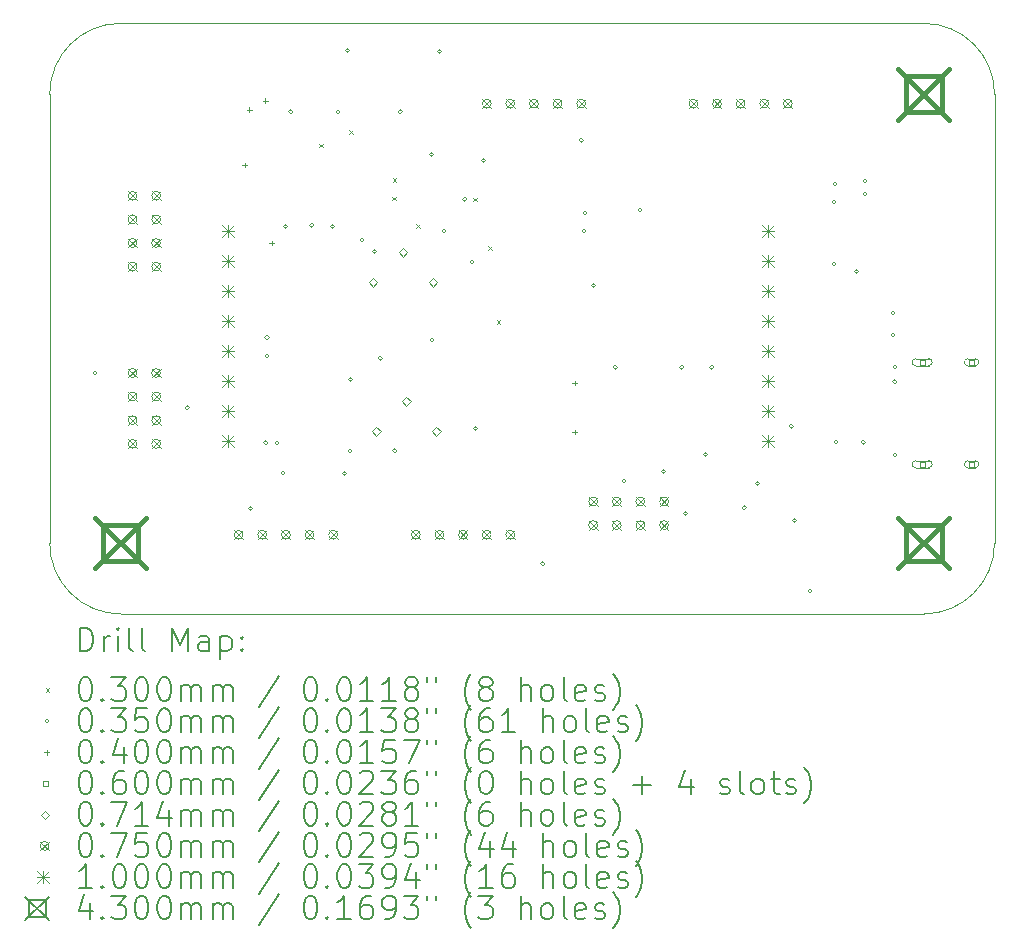
<source format=gbr>
%TF.GenerationSoftware,KiCad,Pcbnew,8.0.1*%
%TF.CreationDate,2024-03-19T23:03:29+08:00*%
%TF.ProjectId,SmallGeneral,536d616c-6c47-4656-9e65-72616c2e6b69,4*%
%TF.SameCoordinates,Original*%
%TF.FileFunction,Drillmap*%
%TF.FilePolarity,Positive*%
%FSLAX45Y45*%
G04 Gerber Fmt 4.5, Leading zero omitted, Abs format (unit mm)*
G04 Created by KiCad (PCBNEW 8.0.1) date 2024-03-19 23:03:29*
%MOMM*%
%LPD*%
G01*
G04 APERTURE LIST*
%ADD10C,0.100000*%
%ADD11C,0.200000*%
%ADD12C,0.430000*%
G04 APERTURE END LIST*
D10*
X17400000Y-10000000D02*
X17400000Y-10000000D01*
G75*
G02*
X18000000Y-10600000I0J-600000D01*
G01*
X18000000Y-14400000D01*
G75*
G02*
X17400000Y-15000000I-600000J0D01*
G01*
X10600000Y-15000000D01*
G75*
G02*
X10000000Y-14400000I0J600000D01*
G01*
X10000000Y-10600000D01*
G75*
G02*
X10600000Y-10000000I600000J0D01*
G01*
X17400000Y-10000000D01*
D11*
D10*
X12280000Y-11020000D02*
X12310000Y-11050000D01*
X12310000Y-11020000D02*
X12280000Y-11050000D01*
X12535000Y-10905000D02*
X12565000Y-10935000D01*
X12565000Y-10905000D02*
X12535000Y-10935000D01*
X12902500Y-11467500D02*
X12932500Y-11497500D01*
X12932500Y-11467500D02*
X12902500Y-11497500D01*
X12905000Y-11310000D02*
X12935000Y-11340000D01*
X12935000Y-11310000D02*
X12905000Y-11340000D01*
X13105000Y-11701434D02*
X13135000Y-11731434D01*
X13135000Y-11701434D02*
X13105000Y-11731434D01*
X13585000Y-11475000D02*
X13615000Y-11505000D01*
X13615000Y-11475000D02*
X13585000Y-11505000D01*
X13712500Y-11885000D02*
X13742500Y-11915000D01*
X13742500Y-11885000D02*
X13712500Y-11915000D01*
X13785000Y-12515000D02*
X13815000Y-12545000D01*
X13815000Y-12515000D02*
X13785000Y-12545000D01*
X10402500Y-12960000D02*
G75*
G02*
X10367500Y-12960000I-17500J0D01*
G01*
X10367500Y-12960000D02*
G75*
G02*
X10402500Y-12960000I17500J0D01*
G01*
X11182500Y-13255000D02*
G75*
G02*
X11147500Y-13255000I-17500J0D01*
G01*
X11147500Y-13255000D02*
G75*
G02*
X11182500Y-13255000I17500J0D01*
G01*
X11717500Y-14110000D02*
G75*
G02*
X11682500Y-14110000I-17500J0D01*
G01*
X11682500Y-14110000D02*
G75*
G02*
X11717500Y-14110000I17500J0D01*
G01*
X11847500Y-13550000D02*
G75*
G02*
X11812500Y-13550000I-17500J0D01*
G01*
X11812500Y-13550000D02*
G75*
G02*
X11847500Y-13550000I17500J0D01*
G01*
X11857500Y-12660000D02*
G75*
G02*
X11822500Y-12660000I-17500J0D01*
G01*
X11822500Y-12660000D02*
G75*
G02*
X11857500Y-12660000I17500J0D01*
G01*
X11857500Y-12820000D02*
G75*
G02*
X11822500Y-12820000I-17500J0D01*
G01*
X11822500Y-12820000D02*
G75*
G02*
X11857500Y-12820000I17500J0D01*
G01*
X11942500Y-13550000D02*
G75*
G02*
X11907500Y-13550000I-17500J0D01*
G01*
X11907500Y-13550000D02*
G75*
G02*
X11942500Y-13550000I17500J0D01*
G01*
X11992500Y-13810000D02*
G75*
G02*
X11957500Y-13810000I-17500J0D01*
G01*
X11957500Y-13810000D02*
G75*
G02*
X11992500Y-13810000I17500J0D01*
G01*
X12017500Y-11720000D02*
G75*
G02*
X11982500Y-11720000I-17500J0D01*
G01*
X11982500Y-11720000D02*
G75*
G02*
X12017500Y-11720000I17500J0D01*
G01*
X12057500Y-10750000D02*
G75*
G02*
X12022500Y-10750000I-17500J0D01*
G01*
X12022500Y-10750000D02*
G75*
G02*
X12057500Y-10750000I17500J0D01*
G01*
X12237500Y-11710000D02*
G75*
G02*
X12202500Y-11710000I-17500J0D01*
G01*
X12202500Y-11710000D02*
G75*
G02*
X12237500Y-11710000I17500J0D01*
G01*
X12412500Y-11720000D02*
G75*
G02*
X12377500Y-11720000I-17500J0D01*
G01*
X12377500Y-11720000D02*
G75*
G02*
X12412500Y-11720000I17500J0D01*
G01*
X12457500Y-10750000D02*
G75*
G02*
X12422500Y-10750000I-17500J0D01*
G01*
X12422500Y-10750000D02*
G75*
G02*
X12457500Y-10750000I17500J0D01*
G01*
X12512500Y-13810000D02*
G75*
G02*
X12477500Y-13810000I-17500J0D01*
G01*
X12477500Y-13810000D02*
G75*
G02*
X12512500Y-13810000I17500J0D01*
G01*
X12537500Y-10230000D02*
G75*
G02*
X12502500Y-10230000I-17500J0D01*
G01*
X12502500Y-10230000D02*
G75*
G02*
X12537500Y-10230000I17500J0D01*
G01*
X12557500Y-13620000D02*
G75*
G02*
X12522500Y-13620000I-17500J0D01*
G01*
X12522500Y-13620000D02*
G75*
G02*
X12557500Y-13620000I17500J0D01*
G01*
X12562500Y-13015000D02*
G75*
G02*
X12527500Y-13015000I-17500J0D01*
G01*
X12527500Y-13015000D02*
G75*
G02*
X12562500Y-13015000I17500J0D01*
G01*
X12662500Y-11835000D02*
G75*
G02*
X12627500Y-11835000I-17500J0D01*
G01*
X12627500Y-11835000D02*
G75*
G02*
X12662500Y-11835000I17500J0D01*
G01*
X12767500Y-11935000D02*
G75*
G02*
X12732500Y-11935000I-17500J0D01*
G01*
X12732500Y-11935000D02*
G75*
G02*
X12767500Y-11935000I17500J0D01*
G01*
X12817500Y-12835000D02*
G75*
G02*
X12782500Y-12835000I-17500J0D01*
G01*
X12782500Y-12835000D02*
G75*
G02*
X12817500Y-12835000I17500J0D01*
G01*
X12937500Y-13620000D02*
G75*
G02*
X12902500Y-13620000I-17500J0D01*
G01*
X12902500Y-13620000D02*
G75*
G02*
X12937500Y-13620000I17500J0D01*
G01*
X12987500Y-10750000D02*
G75*
G02*
X12952500Y-10750000I-17500J0D01*
G01*
X12952500Y-10750000D02*
G75*
G02*
X12987500Y-10750000I17500J0D01*
G01*
X13247500Y-11110000D02*
G75*
G02*
X13212500Y-11110000I-17500J0D01*
G01*
X13212500Y-11110000D02*
G75*
G02*
X13247500Y-11110000I17500J0D01*
G01*
X13252500Y-12680000D02*
G75*
G02*
X13217500Y-12680000I-17500J0D01*
G01*
X13217500Y-12680000D02*
G75*
G02*
X13252500Y-12680000I17500J0D01*
G01*
X13317500Y-10240000D02*
G75*
G02*
X13282500Y-10240000I-17500J0D01*
G01*
X13282500Y-10240000D02*
G75*
G02*
X13317500Y-10240000I17500J0D01*
G01*
X13357500Y-11757500D02*
G75*
G02*
X13322500Y-11757500I-17500J0D01*
G01*
X13322500Y-11757500D02*
G75*
G02*
X13357500Y-11757500I17500J0D01*
G01*
X13532500Y-11490000D02*
G75*
G02*
X13497500Y-11490000I-17500J0D01*
G01*
X13497500Y-11490000D02*
G75*
G02*
X13532500Y-11490000I17500J0D01*
G01*
X13592500Y-12020000D02*
G75*
G02*
X13557500Y-12020000I-17500J0D01*
G01*
X13557500Y-12020000D02*
G75*
G02*
X13592500Y-12020000I17500J0D01*
G01*
X13622500Y-13430000D02*
G75*
G02*
X13587500Y-13430000I-17500J0D01*
G01*
X13587500Y-13430000D02*
G75*
G02*
X13622500Y-13430000I17500J0D01*
G01*
X13690717Y-11163217D02*
G75*
G02*
X13655717Y-11163217I-17500J0D01*
G01*
X13655717Y-11163217D02*
G75*
G02*
X13690717Y-11163217I17500J0D01*
G01*
X14192500Y-14575000D02*
G75*
G02*
X14157500Y-14575000I-17500J0D01*
G01*
X14157500Y-14575000D02*
G75*
G02*
X14192500Y-14575000I17500J0D01*
G01*
X14517500Y-10990000D02*
G75*
G02*
X14482500Y-10990000I-17500J0D01*
G01*
X14482500Y-10990000D02*
G75*
G02*
X14517500Y-10990000I17500J0D01*
G01*
X14542500Y-11760000D02*
G75*
G02*
X14507500Y-11760000I-17500J0D01*
G01*
X14507500Y-11760000D02*
G75*
G02*
X14542500Y-11760000I17500J0D01*
G01*
X14550000Y-11602500D02*
G75*
G02*
X14515000Y-11602500I-17500J0D01*
G01*
X14515000Y-11602500D02*
G75*
G02*
X14550000Y-11602500I17500J0D01*
G01*
X14621748Y-12216748D02*
G75*
G02*
X14586748Y-12216748I-17500J0D01*
G01*
X14586748Y-12216748D02*
G75*
G02*
X14621748Y-12216748I17500J0D01*
G01*
X14807500Y-12910000D02*
G75*
G02*
X14772500Y-12910000I-17500J0D01*
G01*
X14772500Y-12910000D02*
G75*
G02*
X14807500Y-12910000I17500J0D01*
G01*
X14882500Y-13875000D02*
G75*
G02*
X14847500Y-13875000I-17500J0D01*
G01*
X14847500Y-13875000D02*
G75*
G02*
X14882500Y-13875000I17500J0D01*
G01*
X15017500Y-11580000D02*
G75*
G02*
X14982500Y-11580000I-17500J0D01*
G01*
X14982500Y-11580000D02*
G75*
G02*
X15017500Y-11580000I17500J0D01*
G01*
X15217500Y-13795000D02*
G75*
G02*
X15182500Y-13795000I-17500J0D01*
G01*
X15182500Y-13795000D02*
G75*
G02*
X15217500Y-13795000I17500J0D01*
G01*
X15367500Y-12910000D02*
G75*
G02*
X15332500Y-12910000I-17500J0D01*
G01*
X15332500Y-12910000D02*
G75*
G02*
X15367500Y-12910000I17500J0D01*
G01*
X15397500Y-14150000D02*
G75*
G02*
X15362500Y-14150000I-17500J0D01*
G01*
X15362500Y-14150000D02*
G75*
G02*
X15397500Y-14150000I17500J0D01*
G01*
X15567500Y-13650000D02*
G75*
G02*
X15532500Y-13650000I-17500J0D01*
G01*
X15532500Y-13650000D02*
G75*
G02*
X15567500Y-13650000I17500J0D01*
G01*
X15622122Y-12910377D02*
G75*
G02*
X15587122Y-12910377I-17500J0D01*
G01*
X15587122Y-12910377D02*
G75*
G02*
X15622122Y-12910377I17500J0D01*
G01*
X15897500Y-14100000D02*
G75*
G02*
X15862500Y-14100000I-17500J0D01*
G01*
X15862500Y-14100000D02*
G75*
G02*
X15897500Y-14100000I17500J0D01*
G01*
X16012500Y-13895000D02*
G75*
G02*
X15977500Y-13895000I-17500J0D01*
G01*
X15977500Y-13895000D02*
G75*
G02*
X16012500Y-13895000I17500J0D01*
G01*
X16297500Y-13410000D02*
G75*
G02*
X16262500Y-13410000I-17500J0D01*
G01*
X16262500Y-13410000D02*
G75*
G02*
X16297500Y-13410000I17500J0D01*
G01*
X16322500Y-14210000D02*
G75*
G02*
X16287500Y-14210000I-17500J0D01*
G01*
X16287500Y-14210000D02*
G75*
G02*
X16322500Y-14210000I17500J0D01*
G01*
X16452500Y-14805000D02*
G75*
G02*
X16417500Y-14805000I-17500J0D01*
G01*
X16417500Y-14805000D02*
G75*
G02*
X16452500Y-14805000I17500J0D01*
G01*
X16657500Y-11510000D02*
G75*
G02*
X16622500Y-11510000I-17500J0D01*
G01*
X16622500Y-11510000D02*
G75*
G02*
X16657500Y-11510000I17500J0D01*
G01*
X16657500Y-12040000D02*
G75*
G02*
X16622500Y-12040000I-17500J0D01*
G01*
X16622500Y-12040000D02*
G75*
G02*
X16657500Y-12040000I17500J0D01*
G01*
X16667500Y-11360000D02*
G75*
G02*
X16632500Y-11360000I-17500J0D01*
G01*
X16632500Y-11360000D02*
G75*
G02*
X16667500Y-11360000I17500J0D01*
G01*
X16677500Y-13545000D02*
G75*
G02*
X16642500Y-13545000I-17500J0D01*
G01*
X16642500Y-13545000D02*
G75*
G02*
X16677500Y-13545000I17500J0D01*
G01*
X16847500Y-12100000D02*
G75*
G02*
X16812500Y-12100000I-17500J0D01*
G01*
X16812500Y-12100000D02*
G75*
G02*
X16847500Y-12100000I17500J0D01*
G01*
X16907500Y-13545000D02*
G75*
G02*
X16872500Y-13545000I-17500J0D01*
G01*
X16872500Y-13545000D02*
G75*
G02*
X16907500Y-13545000I17500J0D01*
G01*
X16917500Y-11335000D02*
G75*
G02*
X16882500Y-11335000I-17500J0D01*
G01*
X16882500Y-11335000D02*
G75*
G02*
X16917500Y-11335000I17500J0D01*
G01*
X16917500Y-11445000D02*
G75*
G02*
X16882500Y-11445000I-17500J0D01*
G01*
X16882500Y-11445000D02*
G75*
G02*
X16917500Y-11445000I17500J0D01*
G01*
X17157500Y-12450000D02*
G75*
G02*
X17122500Y-12450000I-17500J0D01*
G01*
X17122500Y-12450000D02*
G75*
G02*
X17157500Y-12450000I17500J0D01*
G01*
X17157500Y-12640000D02*
G75*
G02*
X17122500Y-12640000I-17500J0D01*
G01*
X17122500Y-12640000D02*
G75*
G02*
X17157500Y-12640000I17500J0D01*
G01*
X17172500Y-13035000D02*
G75*
G02*
X17137500Y-13035000I-17500J0D01*
G01*
X17137500Y-13035000D02*
G75*
G02*
X17172500Y-13035000I17500J0D01*
G01*
X17172500Y-13655000D02*
G75*
G02*
X17137500Y-13655000I-17500J0D01*
G01*
X17137500Y-13655000D02*
G75*
G02*
X17172500Y-13655000I17500J0D01*
G01*
X17177500Y-12910000D02*
G75*
G02*
X17142500Y-12910000I-17500J0D01*
G01*
X17142500Y-12910000D02*
G75*
G02*
X17177500Y-12910000I17500J0D01*
G01*
X11650000Y-11180000D02*
X11650000Y-11220000D01*
X11630000Y-11200000D02*
X11670000Y-11200000D01*
X11690000Y-10710000D02*
X11690000Y-10750000D01*
X11670000Y-10730000D02*
X11710000Y-10730000D01*
X11825050Y-10635050D02*
X11825050Y-10675050D01*
X11805050Y-10655050D02*
X11845050Y-10655050D01*
X11880000Y-11840000D02*
X11880000Y-11880000D01*
X11860000Y-11860000D02*
X11900000Y-11860000D01*
X14445000Y-13025000D02*
X14445000Y-13065000D01*
X14425000Y-13045000D02*
X14465000Y-13045000D01*
X14445000Y-13440000D02*
X14445000Y-13480000D01*
X14425000Y-13460000D02*
X14465000Y-13460000D01*
X17408213Y-12889213D02*
X17408213Y-12846787D01*
X17365787Y-12846787D01*
X17365787Y-12889213D01*
X17408213Y-12889213D01*
X17332000Y-12898000D02*
X17442000Y-12898000D01*
X17442000Y-12838000D02*
G75*
G02*
X17442000Y-12898000I0J-30000D01*
G01*
X17442000Y-12838000D02*
X17332000Y-12838000D01*
X17332000Y-12838000D02*
G75*
G03*
X17332000Y-12898000I0J-30000D01*
G01*
X17408213Y-13753213D02*
X17408213Y-13710787D01*
X17365787Y-13710787D01*
X17365787Y-13753213D01*
X17408213Y-13753213D01*
X17332000Y-13762000D02*
X17442000Y-13762000D01*
X17442000Y-13702000D02*
G75*
G02*
X17442000Y-13762000I0J-30000D01*
G01*
X17442000Y-13702000D02*
X17332000Y-13702000D01*
X17332000Y-13702000D02*
G75*
G03*
X17332000Y-13762000I0J-30000D01*
G01*
X17826213Y-12889213D02*
X17826213Y-12846787D01*
X17783787Y-12846787D01*
X17783787Y-12889213D01*
X17826213Y-12889213D01*
X17775000Y-12898000D02*
X17835000Y-12898000D01*
X17835000Y-12838000D02*
G75*
G02*
X17835000Y-12898000I0J-30000D01*
G01*
X17835000Y-12838000D02*
X17775000Y-12838000D01*
X17775000Y-12838000D02*
G75*
G03*
X17775000Y-12898000I0J-30000D01*
G01*
X17826213Y-13753213D02*
X17826213Y-13710787D01*
X17783787Y-13710787D01*
X17783787Y-13753213D01*
X17826213Y-13753213D01*
X17775000Y-13762000D02*
X17835000Y-13762000D01*
X17835000Y-13702000D02*
G75*
G02*
X17835000Y-13762000I0J-30000D01*
G01*
X17835000Y-13702000D02*
X17775000Y-13702000D01*
X17775000Y-13702000D02*
G75*
G03*
X17775000Y-13762000I0J-30000D01*
G01*
X12736000Y-12229700D02*
X12771700Y-12194000D01*
X12736000Y-12158300D01*
X12700300Y-12194000D01*
X12736000Y-12229700D01*
X12766000Y-13490700D02*
X12801700Y-13455000D01*
X12766000Y-13419300D01*
X12730300Y-13455000D01*
X12766000Y-13490700D01*
X12990000Y-11975700D02*
X13025700Y-11940000D01*
X12990000Y-11904300D01*
X12954300Y-11940000D01*
X12990000Y-11975700D01*
X13020000Y-13236700D02*
X13055700Y-13201000D01*
X13020000Y-13165300D01*
X12984300Y-13201000D01*
X13020000Y-13236700D01*
X13244000Y-12229700D02*
X13279700Y-12194000D01*
X13244000Y-12158300D01*
X13208300Y-12194000D01*
X13244000Y-12229700D01*
X13274000Y-13490700D02*
X13309700Y-13455000D01*
X13274000Y-13419300D01*
X13238300Y-13455000D01*
X13274000Y-13490700D01*
X10664100Y-11422500D02*
X10739100Y-11497500D01*
X10739100Y-11422500D02*
X10664100Y-11497500D01*
X10739100Y-11460000D02*
G75*
G02*
X10664100Y-11460000I-37500J0D01*
G01*
X10664100Y-11460000D02*
G75*
G02*
X10739100Y-11460000I37500J0D01*
G01*
X10664100Y-11622500D02*
X10739100Y-11697500D01*
X10739100Y-11622500D02*
X10664100Y-11697500D01*
X10739100Y-11660000D02*
G75*
G02*
X10664100Y-11660000I-37500J0D01*
G01*
X10664100Y-11660000D02*
G75*
G02*
X10739100Y-11660000I37500J0D01*
G01*
X10664100Y-11822500D02*
X10739100Y-11897500D01*
X10739100Y-11822500D02*
X10664100Y-11897500D01*
X10739100Y-11860000D02*
G75*
G02*
X10664100Y-11860000I-37500J0D01*
G01*
X10664100Y-11860000D02*
G75*
G02*
X10739100Y-11860000I37500J0D01*
G01*
X10664100Y-12022500D02*
X10739100Y-12097500D01*
X10739100Y-12022500D02*
X10664100Y-12097500D01*
X10739100Y-12060000D02*
G75*
G02*
X10664100Y-12060000I-37500J0D01*
G01*
X10664100Y-12060000D02*
G75*
G02*
X10739100Y-12060000I37500J0D01*
G01*
X10664100Y-12922500D02*
X10739100Y-12997500D01*
X10739100Y-12922500D02*
X10664100Y-12997500D01*
X10739100Y-12960000D02*
G75*
G02*
X10664100Y-12960000I-37500J0D01*
G01*
X10664100Y-12960000D02*
G75*
G02*
X10739100Y-12960000I37500J0D01*
G01*
X10664100Y-13122500D02*
X10739100Y-13197500D01*
X10739100Y-13122500D02*
X10664100Y-13197500D01*
X10739100Y-13160000D02*
G75*
G02*
X10664100Y-13160000I-37500J0D01*
G01*
X10664100Y-13160000D02*
G75*
G02*
X10739100Y-13160000I37500J0D01*
G01*
X10664100Y-13322500D02*
X10739100Y-13397500D01*
X10739100Y-13322500D02*
X10664100Y-13397500D01*
X10739100Y-13360000D02*
G75*
G02*
X10664100Y-13360000I-37500J0D01*
G01*
X10664100Y-13360000D02*
G75*
G02*
X10739100Y-13360000I37500J0D01*
G01*
X10664100Y-13522500D02*
X10739100Y-13597500D01*
X10739100Y-13522500D02*
X10664100Y-13597500D01*
X10739100Y-13560000D02*
G75*
G02*
X10664100Y-13560000I-37500J0D01*
G01*
X10664100Y-13560000D02*
G75*
G02*
X10739100Y-13560000I37500J0D01*
G01*
X10864100Y-11422500D02*
X10939100Y-11497500D01*
X10939100Y-11422500D02*
X10864100Y-11497500D01*
X10939100Y-11460000D02*
G75*
G02*
X10864100Y-11460000I-37500J0D01*
G01*
X10864100Y-11460000D02*
G75*
G02*
X10939100Y-11460000I37500J0D01*
G01*
X10864100Y-11622500D02*
X10939100Y-11697500D01*
X10939100Y-11622500D02*
X10864100Y-11697500D01*
X10939100Y-11660000D02*
G75*
G02*
X10864100Y-11660000I-37500J0D01*
G01*
X10864100Y-11660000D02*
G75*
G02*
X10939100Y-11660000I37500J0D01*
G01*
X10864100Y-11822500D02*
X10939100Y-11897500D01*
X10939100Y-11822500D02*
X10864100Y-11897500D01*
X10939100Y-11860000D02*
G75*
G02*
X10864100Y-11860000I-37500J0D01*
G01*
X10864100Y-11860000D02*
G75*
G02*
X10939100Y-11860000I37500J0D01*
G01*
X10864100Y-12022500D02*
X10939100Y-12097500D01*
X10939100Y-12022500D02*
X10864100Y-12097500D01*
X10939100Y-12060000D02*
G75*
G02*
X10864100Y-12060000I-37500J0D01*
G01*
X10864100Y-12060000D02*
G75*
G02*
X10939100Y-12060000I37500J0D01*
G01*
X10864100Y-12922500D02*
X10939100Y-12997500D01*
X10939100Y-12922500D02*
X10864100Y-12997500D01*
X10939100Y-12960000D02*
G75*
G02*
X10864100Y-12960000I-37500J0D01*
G01*
X10864100Y-12960000D02*
G75*
G02*
X10939100Y-12960000I37500J0D01*
G01*
X10864100Y-13122500D02*
X10939100Y-13197500D01*
X10939100Y-13122500D02*
X10864100Y-13197500D01*
X10939100Y-13160000D02*
G75*
G02*
X10864100Y-13160000I-37500J0D01*
G01*
X10864100Y-13160000D02*
G75*
G02*
X10939100Y-13160000I37500J0D01*
G01*
X10864100Y-13322500D02*
X10939100Y-13397500D01*
X10939100Y-13322500D02*
X10864100Y-13397500D01*
X10939100Y-13360000D02*
G75*
G02*
X10864100Y-13360000I-37500J0D01*
G01*
X10864100Y-13360000D02*
G75*
G02*
X10939100Y-13360000I37500J0D01*
G01*
X10864100Y-13522500D02*
X10939100Y-13597500D01*
X10939100Y-13522500D02*
X10864100Y-13597500D01*
X10939100Y-13560000D02*
G75*
G02*
X10864100Y-13560000I-37500J0D01*
G01*
X10864100Y-13560000D02*
G75*
G02*
X10939100Y-13560000I37500J0D01*
G01*
X11562500Y-14292500D02*
X11637500Y-14367500D01*
X11637500Y-14292500D02*
X11562500Y-14367500D01*
X11637500Y-14330000D02*
G75*
G02*
X11562500Y-14330000I-37500J0D01*
G01*
X11562500Y-14330000D02*
G75*
G02*
X11637500Y-14330000I37500J0D01*
G01*
X11762500Y-14292500D02*
X11837500Y-14367500D01*
X11837500Y-14292500D02*
X11762500Y-14367500D01*
X11837500Y-14330000D02*
G75*
G02*
X11762500Y-14330000I-37500J0D01*
G01*
X11762500Y-14330000D02*
G75*
G02*
X11837500Y-14330000I37500J0D01*
G01*
X11962500Y-14292500D02*
X12037500Y-14367500D01*
X12037500Y-14292500D02*
X11962500Y-14367500D01*
X12037500Y-14330000D02*
G75*
G02*
X11962500Y-14330000I-37500J0D01*
G01*
X11962500Y-14330000D02*
G75*
G02*
X12037500Y-14330000I37500J0D01*
G01*
X12162500Y-14292500D02*
X12237500Y-14367500D01*
X12237500Y-14292500D02*
X12162500Y-14367500D01*
X12237500Y-14330000D02*
G75*
G02*
X12162500Y-14330000I-37500J0D01*
G01*
X12162500Y-14330000D02*
G75*
G02*
X12237500Y-14330000I37500J0D01*
G01*
X12362500Y-14292500D02*
X12437500Y-14367500D01*
X12437500Y-14292500D02*
X12362500Y-14367500D01*
X12437500Y-14330000D02*
G75*
G02*
X12362500Y-14330000I-37500J0D01*
G01*
X12362500Y-14330000D02*
G75*
G02*
X12437500Y-14330000I37500J0D01*
G01*
X13062500Y-14292500D02*
X13137500Y-14367500D01*
X13137500Y-14292500D02*
X13062500Y-14367500D01*
X13137500Y-14330000D02*
G75*
G02*
X13062500Y-14330000I-37500J0D01*
G01*
X13062500Y-14330000D02*
G75*
G02*
X13137500Y-14330000I37500J0D01*
G01*
X13262500Y-14292500D02*
X13337500Y-14367500D01*
X13337500Y-14292500D02*
X13262500Y-14367500D01*
X13337500Y-14330000D02*
G75*
G02*
X13262500Y-14330000I-37500J0D01*
G01*
X13262500Y-14330000D02*
G75*
G02*
X13337500Y-14330000I37500J0D01*
G01*
X13462500Y-14292500D02*
X13537500Y-14367500D01*
X13537500Y-14292500D02*
X13462500Y-14367500D01*
X13537500Y-14330000D02*
G75*
G02*
X13462500Y-14330000I-37500J0D01*
G01*
X13462500Y-14330000D02*
G75*
G02*
X13537500Y-14330000I37500J0D01*
G01*
X13662500Y-10642500D02*
X13737500Y-10717500D01*
X13737500Y-10642500D02*
X13662500Y-10717500D01*
X13737500Y-10680000D02*
G75*
G02*
X13662500Y-10680000I-37500J0D01*
G01*
X13662500Y-10680000D02*
G75*
G02*
X13737500Y-10680000I37500J0D01*
G01*
X13662500Y-14292500D02*
X13737500Y-14367500D01*
X13737500Y-14292500D02*
X13662500Y-14367500D01*
X13737500Y-14330000D02*
G75*
G02*
X13662500Y-14330000I-37500J0D01*
G01*
X13662500Y-14330000D02*
G75*
G02*
X13737500Y-14330000I37500J0D01*
G01*
X13862500Y-10642500D02*
X13937500Y-10717500D01*
X13937500Y-10642500D02*
X13862500Y-10717500D01*
X13937500Y-10680000D02*
G75*
G02*
X13862500Y-10680000I-37500J0D01*
G01*
X13862500Y-10680000D02*
G75*
G02*
X13937500Y-10680000I37500J0D01*
G01*
X13862500Y-14292500D02*
X13937500Y-14367500D01*
X13937500Y-14292500D02*
X13862500Y-14367500D01*
X13937500Y-14330000D02*
G75*
G02*
X13862500Y-14330000I-37500J0D01*
G01*
X13862500Y-14330000D02*
G75*
G02*
X13937500Y-14330000I37500J0D01*
G01*
X14062500Y-10642500D02*
X14137500Y-10717500D01*
X14137500Y-10642500D02*
X14062500Y-10717500D01*
X14137500Y-10680000D02*
G75*
G02*
X14062500Y-10680000I-37500J0D01*
G01*
X14062500Y-10680000D02*
G75*
G02*
X14137500Y-10680000I37500J0D01*
G01*
X14262500Y-10642500D02*
X14337500Y-10717500D01*
X14337500Y-10642500D02*
X14262500Y-10717500D01*
X14337500Y-10680000D02*
G75*
G02*
X14262500Y-10680000I-37500J0D01*
G01*
X14262500Y-10680000D02*
G75*
G02*
X14337500Y-10680000I37500J0D01*
G01*
X14462500Y-10642500D02*
X14537500Y-10717500D01*
X14537500Y-10642500D02*
X14462500Y-10717500D01*
X14537500Y-10680000D02*
G75*
G02*
X14462500Y-10680000I-37500J0D01*
G01*
X14462500Y-10680000D02*
G75*
G02*
X14537500Y-10680000I37500J0D01*
G01*
X14564050Y-14010900D02*
X14639050Y-14085900D01*
X14639050Y-14010900D02*
X14564050Y-14085900D01*
X14639050Y-14048400D02*
G75*
G02*
X14564050Y-14048400I-37500J0D01*
G01*
X14564050Y-14048400D02*
G75*
G02*
X14639050Y-14048400I37500J0D01*
G01*
X14564050Y-14210900D02*
X14639050Y-14285900D01*
X14639050Y-14210900D02*
X14564050Y-14285900D01*
X14639050Y-14248400D02*
G75*
G02*
X14564050Y-14248400I-37500J0D01*
G01*
X14564050Y-14248400D02*
G75*
G02*
X14639050Y-14248400I37500J0D01*
G01*
X14764050Y-14010900D02*
X14839050Y-14085900D01*
X14839050Y-14010900D02*
X14764050Y-14085900D01*
X14839050Y-14048400D02*
G75*
G02*
X14764050Y-14048400I-37500J0D01*
G01*
X14764050Y-14048400D02*
G75*
G02*
X14839050Y-14048400I37500J0D01*
G01*
X14764050Y-14210900D02*
X14839050Y-14285900D01*
X14839050Y-14210900D02*
X14764050Y-14285900D01*
X14839050Y-14248400D02*
G75*
G02*
X14764050Y-14248400I-37500J0D01*
G01*
X14764050Y-14248400D02*
G75*
G02*
X14839050Y-14248400I37500J0D01*
G01*
X14964050Y-14010900D02*
X15039050Y-14085900D01*
X15039050Y-14010900D02*
X14964050Y-14085900D01*
X15039050Y-14048400D02*
G75*
G02*
X14964050Y-14048400I-37500J0D01*
G01*
X14964050Y-14048400D02*
G75*
G02*
X15039050Y-14048400I37500J0D01*
G01*
X14964050Y-14210900D02*
X15039050Y-14285900D01*
X15039050Y-14210900D02*
X14964050Y-14285900D01*
X15039050Y-14248400D02*
G75*
G02*
X14964050Y-14248400I-37500J0D01*
G01*
X14964050Y-14248400D02*
G75*
G02*
X15039050Y-14248400I37500J0D01*
G01*
X15164050Y-14010900D02*
X15239050Y-14085900D01*
X15239050Y-14010900D02*
X15164050Y-14085900D01*
X15239050Y-14048400D02*
G75*
G02*
X15164050Y-14048400I-37500J0D01*
G01*
X15164050Y-14048400D02*
G75*
G02*
X15239050Y-14048400I37500J0D01*
G01*
X15164050Y-14210900D02*
X15239050Y-14285900D01*
X15239050Y-14210900D02*
X15164050Y-14285900D01*
X15239050Y-14248400D02*
G75*
G02*
X15164050Y-14248400I-37500J0D01*
G01*
X15164050Y-14248400D02*
G75*
G02*
X15239050Y-14248400I37500J0D01*
G01*
X15412500Y-10642500D02*
X15487500Y-10717500D01*
X15487500Y-10642500D02*
X15412500Y-10717500D01*
X15487500Y-10680000D02*
G75*
G02*
X15412500Y-10680000I-37500J0D01*
G01*
X15412500Y-10680000D02*
G75*
G02*
X15487500Y-10680000I37500J0D01*
G01*
X15612500Y-10642500D02*
X15687500Y-10717500D01*
X15687500Y-10642500D02*
X15612500Y-10717500D01*
X15687500Y-10680000D02*
G75*
G02*
X15612500Y-10680000I-37500J0D01*
G01*
X15612500Y-10680000D02*
G75*
G02*
X15687500Y-10680000I37500J0D01*
G01*
X15812500Y-10642500D02*
X15887500Y-10717500D01*
X15887500Y-10642500D02*
X15812500Y-10717500D01*
X15887500Y-10680000D02*
G75*
G02*
X15812500Y-10680000I-37500J0D01*
G01*
X15812500Y-10680000D02*
G75*
G02*
X15887500Y-10680000I37500J0D01*
G01*
X16012500Y-10642500D02*
X16087500Y-10717500D01*
X16087500Y-10642500D02*
X16012500Y-10717500D01*
X16087500Y-10680000D02*
G75*
G02*
X16012500Y-10680000I-37500J0D01*
G01*
X16012500Y-10680000D02*
G75*
G02*
X16087500Y-10680000I37500J0D01*
G01*
X16212500Y-10642500D02*
X16287500Y-10717500D01*
X16287500Y-10642500D02*
X16212500Y-10717500D01*
X16287500Y-10680000D02*
G75*
G02*
X16212500Y-10680000I-37500J0D01*
G01*
X16212500Y-10680000D02*
G75*
G02*
X16287500Y-10680000I37500J0D01*
G01*
X11459740Y-11707500D02*
X11559740Y-11807500D01*
X11559740Y-11707500D02*
X11459740Y-11807500D01*
X11509740Y-11707500D02*
X11509740Y-11807500D01*
X11459740Y-11757500D02*
X11559740Y-11757500D01*
X11459740Y-11961500D02*
X11559740Y-12061500D01*
X11559740Y-11961500D02*
X11459740Y-12061500D01*
X11509740Y-11961500D02*
X11509740Y-12061500D01*
X11459740Y-12011500D02*
X11559740Y-12011500D01*
X11459740Y-12215500D02*
X11559740Y-12315500D01*
X11559740Y-12215500D02*
X11459740Y-12315500D01*
X11509740Y-12215500D02*
X11509740Y-12315500D01*
X11459740Y-12265500D02*
X11559740Y-12265500D01*
X11459740Y-12469500D02*
X11559740Y-12569500D01*
X11559740Y-12469500D02*
X11459740Y-12569500D01*
X11509740Y-12469500D02*
X11509740Y-12569500D01*
X11459740Y-12519500D02*
X11559740Y-12519500D01*
X11459740Y-12723500D02*
X11559740Y-12823500D01*
X11559740Y-12723500D02*
X11459740Y-12823500D01*
X11509740Y-12723500D02*
X11509740Y-12823500D01*
X11459740Y-12773500D02*
X11559740Y-12773500D01*
X11459740Y-12977500D02*
X11559740Y-13077500D01*
X11559740Y-12977500D02*
X11459740Y-13077500D01*
X11509740Y-12977500D02*
X11509740Y-13077500D01*
X11459740Y-13027500D02*
X11559740Y-13027500D01*
X11459740Y-13231500D02*
X11559740Y-13331500D01*
X11559740Y-13231500D02*
X11459740Y-13331500D01*
X11509740Y-13231500D02*
X11509740Y-13331500D01*
X11459740Y-13281500D02*
X11559740Y-13281500D01*
X11459740Y-13485500D02*
X11559740Y-13585500D01*
X11559740Y-13485500D02*
X11459740Y-13585500D01*
X11509740Y-13485500D02*
X11509740Y-13585500D01*
X11459740Y-13535500D02*
X11559740Y-13535500D01*
X16031740Y-11707500D02*
X16131740Y-11807500D01*
X16131740Y-11707500D02*
X16031740Y-11807500D01*
X16081740Y-11707500D02*
X16081740Y-11807500D01*
X16031740Y-11757500D02*
X16131740Y-11757500D01*
X16031740Y-11961500D02*
X16131740Y-12061500D01*
X16131740Y-11961500D02*
X16031740Y-12061500D01*
X16081740Y-11961500D02*
X16081740Y-12061500D01*
X16031740Y-12011500D02*
X16131740Y-12011500D01*
X16031740Y-12215500D02*
X16131740Y-12315500D01*
X16131740Y-12215500D02*
X16031740Y-12315500D01*
X16081740Y-12215500D02*
X16081740Y-12315500D01*
X16031740Y-12265500D02*
X16131740Y-12265500D01*
X16031740Y-12469500D02*
X16131740Y-12569500D01*
X16131740Y-12469500D02*
X16031740Y-12569500D01*
X16081740Y-12469500D02*
X16081740Y-12569500D01*
X16031740Y-12519500D02*
X16131740Y-12519500D01*
X16031740Y-12723500D02*
X16131740Y-12823500D01*
X16131740Y-12723500D02*
X16031740Y-12823500D01*
X16081740Y-12723500D02*
X16081740Y-12823500D01*
X16031740Y-12773500D02*
X16131740Y-12773500D01*
X16031740Y-12977500D02*
X16131740Y-13077500D01*
X16131740Y-12977500D02*
X16031740Y-13077500D01*
X16081740Y-12977500D02*
X16081740Y-13077500D01*
X16031740Y-13027500D02*
X16131740Y-13027500D01*
X16031740Y-13231500D02*
X16131740Y-13331500D01*
X16131740Y-13231500D02*
X16031740Y-13331500D01*
X16081740Y-13231500D02*
X16081740Y-13331500D01*
X16031740Y-13281500D02*
X16131740Y-13281500D01*
X16031740Y-13485500D02*
X16131740Y-13585500D01*
X16131740Y-13485500D02*
X16031740Y-13585500D01*
X16081740Y-13485500D02*
X16081740Y-13585500D01*
X16031740Y-13535500D02*
X16131740Y-13535500D01*
D12*
X10385000Y-14185000D02*
X10815000Y-14615000D01*
X10815000Y-14185000D02*
X10385000Y-14615000D01*
X10752029Y-14552029D02*
X10752029Y-14247971D01*
X10447971Y-14247971D01*
X10447971Y-14552029D01*
X10752029Y-14552029D01*
X17185000Y-10385000D02*
X17615000Y-10815000D01*
X17615000Y-10385000D02*
X17185000Y-10815000D01*
X17552029Y-10752029D02*
X17552029Y-10447971D01*
X17247971Y-10447971D01*
X17247971Y-10752029D01*
X17552029Y-10752029D01*
X17185000Y-14185000D02*
X17615000Y-14615000D01*
X17615000Y-14185000D02*
X17185000Y-14615000D01*
X17552029Y-14552029D02*
X17552029Y-14247971D01*
X17247971Y-14247971D01*
X17247971Y-14552029D01*
X17552029Y-14552029D01*
D11*
X10255777Y-15316484D02*
X10255777Y-15116484D01*
X10255777Y-15116484D02*
X10303396Y-15116484D01*
X10303396Y-15116484D02*
X10331967Y-15126008D01*
X10331967Y-15126008D02*
X10351015Y-15145055D01*
X10351015Y-15145055D02*
X10360539Y-15164103D01*
X10360539Y-15164103D02*
X10370063Y-15202198D01*
X10370063Y-15202198D02*
X10370063Y-15230769D01*
X10370063Y-15230769D02*
X10360539Y-15268865D01*
X10360539Y-15268865D02*
X10351015Y-15287912D01*
X10351015Y-15287912D02*
X10331967Y-15306960D01*
X10331967Y-15306960D02*
X10303396Y-15316484D01*
X10303396Y-15316484D02*
X10255777Y-15316484D01*
X10455777Y-15316484D02*
X10455777Y-15183150D01*
X10455777Y-15221246D02*
X10465301Y-15202198D01*
X10465301Y-15202198D02*
X10474824Y-15192674D01*
X10474824Y-15192674D02*
X10493872Y-15183150D01*
X10493872Y-15183150D02*
X10512920Y-15183150D01*
X10579586Y-15316484D02*
X10579586Y-15183150D01*
X10579586Y-15116484D02*
X10570063Y-15126008D01*
X10570063Y-15126008D02*
X10579586Y-15135531D01*
X10579586Y-15135531D02*
X10589110Y-15126008D01*
X10589110Y-15126008D02*
X10579586Y-15116484D01*
X10579586Y-15116484D02*
X10579586Y-15135531D01*
X10703396Y-15316484D02*
X10684348Y-15306960D01*
X10684348Y-15306960D02*
X10674824Y-15287912D01*
X10674824Y-15287912D02*
X10674824Y-15116484D01*
X10808158Y-15316484D02*
X10789110Y-15306960D01*
X10789110Y-15306960D02*
X10779586Y-15287912D01*
X10779586Y-15287912D02*
X10779586Y-15116484D01*
X11036729Y-15316484D02*
X11036729Y-15116484D01*
X11036729Y-15116484D02*
X11103396Y-15259341D01*
X11103396Y-15259341D02*
X11170063Y-15116484D01*
X11170063Y-15116484D02*
X11170063Y-15316484D01*
X11351015Y-15316484D02*
X11351015Y-15211722D01*
X11351015Y-15211722D02*
X11341491Y-15192674D01*
X11341491Y-15192674D02*
X11322443Y-15183150D01*
X11322443Y-15183150D02*
X11284348Y-15183150D01*
X11284348Y-15183150D02*
X11265301Y-15192674D01*
X11351015Y-15306960D02*
X11331967Y-15316484D01*
X11331967Y-15316484D02*
X11284348Y-15316484D01*
X11284348Y-15316484D02*
X11265301Y-15306960D01*
X11265301Y-15306960D02*
X11255777Y-15287912D01*
X11255777Y-15287912D02*
X11255777Y-15268865D01*
X11255777Y-15268865D02*
X11265301Y-15249817D01*
X11265301Y-15249817D02*
X11284348Y-15240293D01*
X11284348Y-15240293D02*
X11331967Y-15240293D01*
X11331967Y-15240293D02*
X11351015Y-15230769D01*
X11446253Y-15183150D02*
X11446253Y-15383150D01*
X11446253Y-15192674D02*
X11465301Y-15183150D01*
X11465301Y-15183150D02*
X11503396Y-15183150D01*
X11503396Y-15183150D02*
X11522443Y-15192674D01*
X11522443Y-15192674D02*
X11531967Y-15202198D01*
X11531967Y-15202198D02*
X11541491Y-15221246D01*
X11541491Y-15221246D02*
X11541491Y-15278388D01*
X11541491Y-15278388D02*
X11531967Y-15297436D01*
X11531967Y-15297436D02*
X11522443Y-15306960D01*
X11522443Y-15306960D02*
X11503396Y-15316484D01*
X11503396Y-15316484D02*
X11465301Y-15316484D01*
X11465301Y-15316484D02*
X11446253Y-15306960D01*
X11627205Y-15297436D02*
X11636729Y-15306960D01*
X11636729Y-15306960D02*
X11627205Y-15316484D01*
X11627205Y-15316484D02*
X11617682Y-15306960D01*
X11617682Y-15306960D02*
X11627205Y-15297436D01*
X11627205Y-15297436D02*
X11627205Y-15316484D01*
X11627205Y-15192674D02*
X11636729Y-15202198D01*
X11636729Y-15202198D02*
X11627205Y-15211722D01*
X11627205Y-15211722D02*
X11617682Y-15202198D01*
X11617682Y-15202198D02*
X11627205Y-15192674D01*
X11627205Y-15192674D02*
X11627205Y-15211722D01*
D10*
X9965000Y-15630000D02*
X9995000Y-15660000D01*
X9995000Y-15630000D02*
X9965000Y-15660000D01*
D11*
X10293872Y-15536484D02*
X10312920Y-15536484D01*
X10312920Y-15536484D02*
X10331967Y-15546008D01*
X10331967Y-15546008D02*
X10341491Y-15555531D01*
X10341491Y-15555531D02*
X10351015Y-15574579D01*
X10351015Y-15574579D02*
X10360539Y-15612674D01*
X10360539Y-15612674D02*
X10360539Y-15660293D01*
X10360539Y-15660293D02*
X10351015Y-15698388D01*
X10351015Y-15698388D02*
X10341491Y-15717436D01*
X10341491Y-15717436D02*
X10331967Y-15726960D01*
X10331967Y-15726960D02*
X10312920Y-15736484D01*
X10312920Y-15736484D02*
X10293872Y-15736484D01*
X10293872Y-15736484D02*
X10274824Y-15726960D01*
X10274824Y-15726960D02*
X10265301Y-15717436D01*
X10265301Y-15717436D02*
X10255777Y-15698388D01*
X10255777Y-15698388D02*
X10246253Y-15660293D01*
X10246253Y-15660293D02*
X10246253Y-15612674D01*
X10246253Y-15612674D02*
X10255777Y-15574579D01*
X10255777Y-15574579D02*
X10265301Y-15555531D01*
X10265301Y-15555531D02*
X10274824Y-15546008D01*
X10274824Y-15546008D02*
X10293872Y-15536484D01*
X10446253Y-15717436D02*
X10455777Y-15726960D01*
X10455777Y-15726960D02*
X10446253Y-15736484D01*
X10446253Y-15736484D02*
X10436729Y-15726960D01*
X10436729Y-15726960D02*
X10446253Y-15717436D01*
X10446253Y-15717436D02*
X10446253Y-15736484D01*
X10522444Y-15536484D02*
X10646253Y-15536484D01*
X10646253Y-15536484D02*
X10579586Y-15612674D01*
X10579586Y-15612674D02*
X10608158Y-15612674D01*
X10608158Y-15612674D02*
X10627205Y-15622198D01*
X10627205Y-15622198D02*
X10636729Y-15631722D01*
X10636729Y-15631722D02*
X10646253Y-15650769D01*
X10646253Y-15650769D02*
X10646253Y-15698388D01*
X10646253Y-15698388D02*
X10636729Y-15717436D01*
X10636729Y-15717436D02*
X10627205Y-15726960D01*
X10627205Y-15726960D02*
X10608158Y-15736484D01*
X10608158Y-15736484D02*
X10551015Y-15736484D01*
X10551015Y-15736484D02*
X10531967Y-15726960D01*
X10531967Y-15726960D02*
X10522444Y-15717436D01*
X10770063Y-15536484D02*
X10789110Y-15536484D01*
X10789110Y-15536484D02*
X10808158Y-15546008D01*
X10808158Y-15546008D02*
X10817682Y-15555531D01*
X10817682Y-15555531D02*
X10827205Y-15574579D01*
X10827205Y-15574579D02*
X10836729Y-15612674D01*
X10836729Y-15612674D02*
X10836729Y-15660293D01*
X10836729Y-15660293D02*
X10827205Y-15698388D01*
X10827205Y-15698388D02*
X10817682Y-15717436D01*
X10817682Y-15717436D02*
X10808158Y-15726960D01*
X10808158Y-15726960D02*
X10789110Y-15736484D01*
X10789110Y-15736484D02*
X10770063Y-15736484D01*
X10770063Y-15736484D02*
X10751015Y-15726960D01*
X10751015Y-15726960D02*
X10741491Y-15717436D01*
X10741491Y-15717436D02*
X10731967Y-15698388D01*
X10731967Y-15698388D02*
X10722444Y-15660293D01*
X10722444Y-15660293D02*
X10722444Y-15612674D01*
X10722444Y-15612674D02*
X10731967Y-15574579D01*
X10731967Y-15574579D02*
X10741491Y-15555531D01*
X10741491Y-15555531D02*
X10751015Y-15546008D01*
X10751015Y-15546008D02*
X10770063Y-15536484D01*
X10960539Y-15536484D02*
X10979586Y-15536484D01*
X10979586Y-15536484D02*
X10998634Y-15546008D01*
X10998634Y-15546008D02*
X11008158Y-15555531D01*
X11008158Y-15555531D02*
X11017682Y-15574579D01*
X11017682Y-15574579D02*
X11027205Y-15612674D01*
X11027205Y-15612674D02*
X11027205Y-15660293D01*
X11027205Y-15660293D02*
X11017682Y-15698388D01*
X11017682Y-15698388D02*
X11008158Y-15717436D01*
X11008158Y-15717436D02*
X10998634Y-15726960D01*
X10998634Y-15726960D02*
X10979586Y-15736484D01*
X10979586Y-15736484D02*
X10960539Y-15736484D01*
X10960539Y-15736484D02*
X10941491Y-15726960D01*
X10941491Y-15726960D02*
X10931967Y-15717436D01*
X10931967Y-15717436D02*
X10922444Y-15698388D01*
X10922444Y-15698388D02*
X10912920Y-15660293D01*
X10912920Y-15660293D02*
X10912920Y-15612674D01*
X10912920Y-15612674D02*
X10922444Y-15574579D01*
X10922444Y-15574579D02*
X10931967Y-15555531D01*
X10931967Y-15555531D02*
X10941491Y-15546008D01*
X10941491Y-15546008D02*
X10960539Y-15536484D01*
X11112920Y-15736484D02*
X11112920Y-15603150D01*
X11112920Y-15622198D02*
X11122444Y-15612674D01*
X11122444Y-15612674D02*
X11141491Y-15603150D01*
X11141491Y-15603150D02*
X11170063Y-15603150D01*
X11170063Y-15603150D02*
X11189110Y-15612674D01*
X11189110Y-15612674D02*
X11198634Y-15631722D01*
X11198634Y-15631722D02*
X11198634Y-15736484D01*
X11198634Y-15631722D02*
X11208158Y-15612674D01*
X11208158Y-15612674D02*
X11227205Y-15603150D01*
X11227205Y-15603150D02*
X11255777Y-15603150D01*
X11255777Y-15603150D02*
X11274824Y-15612674D01*
X11274824Y-15612674D02*
X11284348Y-15631722D01*
X11284348Y-15631722D02*
X11284348Y-15736484D01*
X11379586Y-15736484D02*
X11379586Y-15603150D01*
X11379586Y-15622198D02*
X11389110Y-15612674D01*
X11389110Y-15612674D02*
X11408158Y-15603150D01*
X11408158Y-15603150D02*
X11436729Y-15603150D01*
X11436729Y-15603150D02*
X11455777Y-15612674D01*
X11455777Y-15612674D02*
X11465301Y-15631722D01*
X11465301Y-15631722D02*
X11465301Y-15736484D01*
X11465301Y-15631722D02*
X11474824Y-15612674D01*
X11474824Y-15612674D02*
X11493872Y-15603150D01*
X11493872Y-15603150D02*
X11522443Y-15603150D01*
X11522443Y-15603150D02*
X11541491Y-15612674D01*
X11541491Y-15612674D02*
X11551015Y-15631722D01*
X11551015Y-15631722D02*
X11551015Y-15736484D01*
X11941491Y-15526960D02*
X11770063Y-15784103D01*
X12198634Y-15536484D02*
X12217682Y-15536484D01*
X12217682Y-15536484D02*
X12236729Y-15546008D01*
X12236729Y-15546008D02*
X12246253Y-15555531D01*
X12246253Y-15555531D02*
X12255777Y-15574579D01*
X12255777Y-15574579D02*
X12265301Y-15612674D01*
X12265301Y-15612674D02*
X12265301Y-15660293D01*
X12265301Y-15660293D02*
X12255777Y-15698388D01*
X12255777Y-15698388D02*
X12246253Y-15717436D01*
X12246253Y-15717436D02*
X12236729Y-15726960D01*
X12236729Y-15726960D02*
X12217682Y-15736484D01*
X12217682Y-15736484D02*
X12198634Y-15736484D01*
X12198634Y-15736484D02*
X12179586Y-15726960D01*
X12179586Y-15726960D02*
X12170063Y-15717436D01*
X12170063Y-15717436D02*
X12160539Y-15698388D01*
X12160539Y-15698388D02*
X12151015Y-15660293D01*
X12151015Y-15660293D02*
X12151015Y-15612674D01*
X12151015Y-15612674D02*
X12160539Y-15574579D01*
X12160539Y-15574579D02*
X12170063Y-15555531D01*
X12170063Y-15555531D02*
X12179586Y-15546008D01*
X12179586Y-15546008D02*
X12198634Y-15536484D01*
X12351015Y-15717436D02*
X12360539Y-15726960D01*
X12360539Y-15726960D02*
X12351015Y-15736484D01*
X12351015Y-15736484D02*
X12341491Y-15726960D01*
X12341491Y-15726960D02*
X12351015Y-15717436D01*
X12351015Y-15717436D02*
X12351015Y-15736484D01*
X12484348Y-15536484D02*
X12503396Y-15536484D01*
X12503396Y-15536484D02*
X12522444Y-15546008D01*
X12522444Y-15546008D02*
X12531967Y-15555531D01*
X12531967Y-15555531D02*
X12541491Y-15574579D01*
X12541491Y-15574579D02*
X12551015Y-15612674D01*
X12551015Y-15612674D02*
X12551015Y-15660293D01*
X12551015Y-15660293D02*
X12541491Y-15698388D01*
X12541491Y-15698388D02*
X12531967Y-15717436D01*
X12531967Y-15717436D02*
X12522444Y-15726960D01*
X12522444Y-15726960D02*
X12503396Y-15736484D01*
X12503396Y-15736484D02*
X12484348Y-15736484D01*
X12484348Y-15736484D02*
X12465301Y-15726960D01*
X12465301Y-15726960D02*
X12455777Y-15717436D01*
X12455777Y-15717436D02*
X12446253Y-15698388D01*
X12446253Y-15698388D02*
X12436729Y-15660293D01*
X12436729Y-15660293D02*
X12436729Y-15612674D01*
X12436729Y-15612674D02*
X12446253Y-15574579D01*
X12446253Y-15574579D02*
X12455777Y-15555531D01*
X12455777Y-15555531D02*
X12465301Y-15546008D01*
X12465301Y-15546008D02*
X12484348Y-15536484D01*
X12741491Y-15736484D02*
X12627206Y-15736484D01*
X12684348Y-15736484D02*
X12684348Y-15536484D01*
X12684348Y-15536484D02*
X12665301Y-15565055D01*
X12665301Y-15565055D02*
X12646253Y-15584103D01*
X12646253Y-15584103D02*
X12627206Y-15593627D01*
X12931967Y-15736484D02*
X12817682Y-15736484D01*
X12874825Y-15736484D02*
X12874825Y-15536484D01*
X12874825Y-15536484D02*
X12855777Y-15565055D01*
X12855777Y-15565055D02*
X12836729Y-15584103D01*
X12836729Y-15584103D02*
X12817682Y-15593627D01*
X13046253Y-15622198D02*
X13027206Y-15612674D01*
X13027206Y-15612674D02*
X13017682Y-15603150D01*
X13017682Y-15603150D02*
X13008158Y-15584103D01*
X13008158Y-15584103D02*
X13008158Y-15574579D01*
X13008158Y-15574579D02*
X13017682Y-15555531D01*
X13017682Y-15555531D02*
X13027206Y-15546008D01*
X13027206Y-15546008D02*
X13046253Y-15536484D01*
X13046253Y-15536484D02*
X13084348Y-15536484D01*
X13084348Y-15536484D02*
X13103396Y-15546008D01*
X13103396Y-15546008D02*
X13112920Y-15555531D01*
X13112920Y-15555531D02*
X13122444Y-15574579D01*
X13122444Y-15574579D02*
X13122444Y-15584103D01*
X13122444Y-15584103D02*
X13112920Y-15603150D01*
X13112920Y-15603150D02*
X13103396Y-15612674D01*
X13103396Y-15612674D02*
X13084348Y-15622198D01*
X13084348Y-15622198D02*
X13046253Y-15622198D01*
X13046253Y-15622198D02*
X13027206Y-15631722D01*
X13027206Y-15631722D02*
X13017682Y-15641246D01*
X13017682Y-15641246D02*
X13008158Y-15660293D01*
X13008158Y-15660293D02*
X13008158Y-15698388D01*
X13008158Y-15698388D02*
X13017682Y-15717436D01*
X13017682Y-15717436D02*
X13027206Y-15726960D01*
X13027206Y-15726960D02*
X13046253Y-15736484D01*
X13046253Y-15736484D02*
X13084348Y-15736484D01*
X13084348Y-15736484D02*
X13103396Y-15726960D01*
X13103396Y-15726960D02*
X13112920Y-15717436D01*
X13112920Y-15717436D02*
X13122444Y-15698388D01*
X13122444Y-15698388D02*
X13122444Y-15660293D01*
X13122444Y-15660293D02*
X13112920Y-15641246D01*
X13112920Y-15641246D02*
X13103396Y-15631722D01*
X13103396Y-15631722D02*
X13084348Y-15622198D01*
X13198634Y-15536484D02*
X13198634Y-15574579D01*
X13274825Y-15536484D02*
X13274825Y-15574579D01*
X13570063Y-15812674D02*
X13560539Y-15803150D01*
X13560539Y-15803150D02*
X13541491Y-15774579D01*
X13541491Y-15774579D02*
X13531968Y-15755531D01*
X13531968Y-15755531D02*
X13522444Y-15726960D01*
X13522444Y-15726960D02*
X13512920Y-15679341D01*
X13512920Y-15679341D02*
X13512920Y-15641246D01*
X13512920Y-15641246D02*
X13522444Y-15593627D01*
X13522444Y-15593627D02*
X13531968Y-15565055D01*
X13531968Y-15565055D02*
X13541491Y-15546008D01*
X13541491Y-15546008D02*
X13560539Y-15517436D01*
X13560539Y-15517436D02*
X13570063Y-15507912D01*
X13674825Y-15622198D02*
X13655777Y-15612674D01*
X13655777Y-15612674D02*
X13646253Y-15603150D01*
X13646253Y-15603150D02*
X13636729Y-15584103D01*
X13636729Y-15584103D02*
X13636729Y-15574579D01*
X13636729Y-15574579D02*
X13646253Y-15555531D01*
X13646253Y-15555531D02*
X13655777Y-15546008D01*
X13655777Y-15546008D02*
X13674825Y-15536484D01*
X13674825Y-15536484D02*
X13712920Y-15536484D01*
X13712920Y-15536484D02*
X13731968Y-15546008D01*
X13731968Y-15546008D02*
X13741491Y-15555531D01*
X13741491Y-15555531D02*
X13751015Y-15574579D01*
X13751015Y-15574579D02*
X13751015Y-15584103D01*
X13751015Y-15584103D02*
X13741491Y-15603150D01*
X13741491Y-15603150D02*
X13731968Y-15612674D01*
X13731968Y-15612674D02*
X13712920Y-15622198D01*
X13712920Y-15622198D02*
X13674825Y-15622198D01*
X13674825Y-15622198D02*
X13655777Y-15631722D01*
X13655777Y-15631722D02*
X13646253Y-15641246D01*
X13646253Y-15641246D02*
X13636729Y-15660293D01*
X13636729Y-15660293D02*
X13636729Y-15698388D01*
X13636729Y-15698388D02*
X13646253Y-15717436D01*
X13646253Y-15717436D02*
X13655777Y-15726960D01*
X13655777Y-15726960D02*
X13674825Y-15736484D01*
X13674825Y-15736484D02*
X13712920Y-15736484D01*
X13712920Y-15736484D02*
X13731968Y-15726960D01*
X13731968Y-15726960D02*
X13741491Y-15717436D01*
X13741491Y-15717436D02*
X13751015Y-15698388D01*
X13751015Y-15698388D02*
X13751015Y-15660293D01*
X13751015Y-15660293D02*
X13741491Y-15641246D01*
X13741491Y-15641246D02*
X13731968Y-15631722D01*
X13731968Y-15631722D02*
X13712920Y-15622198D01*
X13989110Y-15736484D02*
X13989110Y-15536484D01*
X14074825Y-15736484D02*
X14074825Y-15631722D01*
X14074825Y-15631722D02*
X14065301Y-15612674D01*
X14065301Y-15612674D02*
X14046253Y-15603150D01*
X14046253Y-15603150D02*
X14017682Y-15603150D01*
X14017682Y-15603150D02*
X13998634Y-15612674D01*
X13998634Y-15612674D02*
X13989110Y-15622198D01*
X14198634Y-15736484D02*
X14179587Y-15726960D01*
X14179587Y-15726960D02*
X14170063Y-15717436D01*
X14170063Y-15717436D02*
X14160539Y-15698388D01*
X14160539Y-15698388D02*
X14160539Y-15641246D01*
X14160539Y-15641246D02*
X14170063Y-15622198D01*
X14170063Y-15622198D02*
X14179587Y-15612674D01*
X14179587Y-15612674D02*
X14198634Y-15603150D01*
X14198634Y-15603150D02*
X14227206Y-15603150D01*
X14227206Y-15603150D02*
X14246253Y-15612674D01*
X14246253Y-15612674D02*
X14255777Y-15622198D01*
X14255777Y-15622198D02*
X14265301Y-15641246D01*
X14265301Y-15641246D02*
X14265301Y-15698388D01*
X14265301Y-15698388D02*
X14255777Y-15717436D01*
X14255777Y-15717436D02*
X14246253Y-15726960D01*
X14246253Y-15726960D02*
X14227206Y-15736484D01*
X14227206Y-15736484D02*
X14198634Y-15736484D01*
X14379587Y-15736484D02*
X14360539Y-15726960D01*
X14360539Y-15726960D02*
X14351015Y-15707912D01*
X14351015Y-15707912D02*
X14351015Y-15536484D01*
X14531968Y-15726960D02*
X14512920Y-15736484D01*
X14512920Y-15736484D02*
X14474825Y-15736484D01*
X14474825Y-15736484D02*
X14455777Y-15726960D01*
X14455777Y-15726960D02*
X14446253Y-15707912D01*
X14446253Y-15707912D02*
X14446253Y-15631722D01*
X14446253Y-15631722D02*
X14455777Y-15612674D01*
X14455777Y-15612674D02*
X14474825Y-15603150D01*
X14474825Y-15603150D02*
X14512920Y-15603150D01*
X14512920Y-15603150D02*
X14531968Y-15612674D01*
X14531968Y-15612674D02*
X14541491Y-15631722D01*
X14541491Y-15631722D02*
X14541491Y-15650769D01*
X14541491Y-15650769D02*
X14446253Y-15669817D01*
X14617682Y-15726960D02*
X14636730Y-15736484D01*
X14636730Y-15736484D02*
X14674825Y-15736484D01*
X14674825Y-15736484D02*
X14693872Y-15726960D01*
X14693872Y-15726960D02*
X14703396Y-15707912D01*
X14703396Y-15707912D02*
X14703396Y-15698388D01*
X14703396Y-15698388D02*
X14693872Y-15679341D01*
X14693872Y-15679341D02*
X14674825Y-15669817D01*
X14674825Y-15669817D02*
X14646253Y-15669817D01*
X14646253Y-15669817D02*
X14627206Y-15660293D01*
X14627206Y-15660293D02*
X14617682Y-15641246D01*
X14617682Y-15641246D02*
X14617682Y-15631722D01*
X14617682Y-15631722D02*
X14627206Y-15612674D01*
X14627206Y-15612674D02*
X14646253Y-15603150D01*
X14646253Y-15603150D02*
X14674825Y-15603150D01*
X14674825Y-15603150D02*
X14693872Y-15612674D01*
X14770063Y-15812674D02*
X14779587Y-15803150D01*
X14779587Y-15803150D02*
X14798634Y-15774579D01*
X14798634Y-15774579D02*
X14808158Y-15755531D01*
X14808158Y-15755531D02*
X14817682Y-15726960D01*
X14817682Y-15726960D02*
X14827206Y-15679341D01*
X14827206Y-15679341D02*
X14827206Y-15641246D01*
X14827206Y-15641246D02*
X14817682Y-15593627D01*
X14817682Y-15593627D02*
X14808158Y-15565055D01*
X14808158Y-15565055D02*
X14798634Y-15546008D01*
X14798634Y-15546008D02*
X14779587Y-15517436D01*
X14779587Y-15517436D02*
X14770063Y-15507912D01*
D10*
X9995000Y-15909000D02*
G75*
G02*
X9960000Y-15909000I-17500J0D01*
G01*
X9960000Y-15909000D02*
G75*
G02*
X9995000Y-15909000I17500J0D01*
G01*
D11*
X10293872Y-15800484D02*
X10312920Y-15800484D01*
X10312920Y-15800484D02*
X10331967Y-15810008D01*
X10331967Y-15810008D02*
X10341491Y-15819531D01*
X10341491Y-15819531D02*
X10351015Y-15838579D01*
X10351015Y-15838579D02*
X10360539Y-15876674D01*
X10360539Y-15876674D02*
X10360539Y-15924293D01*
X10360539Y-15924293D02*
X10351015Y-15962388D01*
X10351015Y-15962388D02*
X10341491Y-15981436D01*
X10341491Y-15981436D02*
X10331967Y-15990960D01*
X10331967Y-15990960D02*
X10312920Y-16000484D01*
X10312920Y-16000484D02*
X10293872Y-16000484D01*
X10293872Y-16000484D02*
X10274824Y-15990960D01*
X10274824Y-15990960D02*
X10265301Y-15981436D01*
X10265301Y-15981436D02*
X10255777Y-15962388D01*
X10255777Y-15962388D02*
X10246253Y-15924293D01*
X10246253Y-15924293D02*
X10246253Y-15876674D01*
X10246253Y-15876674D02*
X10255777Y-15838579D01*
X10255777Y-15838579D02*
X10265301Y-15819531D01*
X10265301Y-15819531D02*
X10274824Y-15810008D01*
X10274824Y-15810008D02*
X10293872Y-15800484D01*
X10446253Y-15981436D02*
X10455777Y-15990960D01*
X10455777Y-15990960D02*
X10446253Y-16000484D01*
X10446253Y-16000484D02*
X10436729Y-15990960D01*
X10436729Y-15990960D02*
X10446253Y-15981436D01*
X10446253Y-15981436D02*
X10446253Y-16000484D01*
X10522444Y-15800484D02*
X10646253Y-15800484D01*
X10646253Y-15800484D02*
X10579586Y-15876674D01*
X10579586Y-15876674D02*
X10608158Y-15876674D01*
X10608158Y-15876674D02*
X10627205Y-15886198D01*
X10627205Y-15886198D02*
X10636729Y-15895722D01*
X10636729Y-15895722D02*
X10646253Y-15914769D01*
X10646253Y-15914769D02*
X10646253Y-15962388D01*
X10646253Y-15962388D02*
X10636729Y-15981436D01*
X10636729Y-15981436D02*
X10627205Y-15990960D01*
X10627205Y-15990960D02*
X10608158Y-16000484D01*
X10608158Y-16000484D02*
X10551015Y-16000484D01*
X10551015Y-16000484D02*
X10531967Y-15990960D01*
X10531967Y-15990960D02*
X10522444Y-15981436D01*
X10827205Y-15800484D02*
X10731967Y-15800484D01*
X10731967Y-15800484D02*
X10722444Y-15895722D01*
X10722444Y-15895722D02*
X10731967Y-15886198D01*
X10731967Y-15886198D02*
X10751015Y-15876674D01*
X10751015Y-15876674D02*
X10798634Y-15876674D01*
X10798634Y-15876674D02*
X10817682Y-15886198D01*
X10817682Y-15886198D02*
X10827205Y-15895722D01*
X10827205Y-15895722D02*
X10836729Y-15914769D01*
X10836729Y-15914769D02*
X10836729Y-15962388D01*
X10836729Y-15962388D02*
X10827205Y-15981436D01*
X10827205Y-15981436D02*
X10817682Y-15990960D01*
X10817682Y-15990960D02*
X10798634Y-16000484D01*
X10798634Y-16000484D02*
X10751015Y-16000484D01*
X10751015Y-16000484D02*
X10731967Y-15990960D01*
X10731967Y-15990960D02*
X10722444Y-15981436D01*
X10960539Y-15800484D02*
X10979586Y-15800484D01*
X10979586Y-15800484D02*
X10998634Y-15810008D01*
X10998634Y-15810008D02*
X11008158Y-15819531D01*
X11008158Y-15819531D02*
X11017682Y-15838579D01*
X11017682Y-15838579D02*
X11027205Y-15876674D01*
X11027205Y-15876674D02*
X11027205Y-15924293D01*
X11027205Y-15924293D02*
X11017682Y-15962388D01*
X11017682Y-15962388D02*
X11008158Y-15981436D01*
X11008158Y-15981436D02*
X10998634Y-15990960D01*
X10998634Y-15990960D02*
X10979586Y-16000484D01*
X10979586Y-16000484D02*
X10960539Y-16000484D01*
X10960539Y-16000484D02*
X10941491Y-15990960D01*
X10941491Y-15990960D02*
X10931967Y-15981436D01*
X10931967Y-15981436D02*
X10922444Y-15962388D01*
X10922444Y-15962388D02*
X10912920Y-15924293D01*
X10912920Y-15924293D02*
X10912920Y-15876674D01*
X10912920Y-15876674D02*
X10922444Y-15838579D01*
X10922444Y-15838579D02*
X10931967Y-15819531D01*
X10931967Y-15819531D02*
X10941491Y-15810008D01*
X10941491Y-15810008D02*
X10960539Y-15800484D01*
X11112920Y-16000484D02*
X11112920Y-15867150D01*
X11112920Y-15886198D02*
X11122444Y-15876674D01*
X11122444Y-15876674D02*
X11141491Y-15867150D01*
X11141491Y-15867150D02*
X11170063Y-15867150D01*
X11170063Y-15867150D02*
X11189110Y-15876674D01*
X11189110Y-15876674D02*
X11198634Y-15895722D01*
X11198634Y-15895722D02*
X11198634Y-16000484D01*
X11198634Y-15895722D02*
X11208158Y-15876674D01*
X11208158Y-15876674D02*
X11227205Y-15867150D01*
X11227205Y-15867150D02*
X11255777Y-15867150D01*
X11255777Y-15867150D02*
X11274824Y-15876674D01*
X11274824Y-15876674D02*
X11284348Y-15895722D01*
X11284348Y-15895722D02*
X11284348Y-16000484D01*
X11379586Y-16000484D02*
X11379586Y-15867150D01*
X11379586Y-15886198D02*
X11389110Y-15876674D01*
X11389110Y-15876674D02*
X11408158Y-15867150D01*
X11408158Y-15867150D02*
X11436729Y-15867150D01*
X11436729Y-15867150D02*
X11455777Y-15876674D01*
X11455777Y-15876674D02*
X11465301Y-15895722D01*
X11465301Y-15895722D02*
X11465301Y-16000484D01*
X11465301Y-15895722D02*
X11474824Y-15876674D01*
X11474824Y-15876674D02*
X11493872Y-15867150D01*
X11493872Y-15867150D02*
X11522443Y-15867150D01*
X11522443Y-15867150D02*
X11541491Y-15876674D01*
X11541491Y-15876674D02*
X11551015Y-15895722D01*
X11551015Y-15895722D02*
X11551015Y-16000484D01*
X11941491Y-15790960D02*
X11770063Y-16048103D01*
X12198634Y-15800484D02*
X12217682Y-15800484D01*
X12217682Y-15800484D02*
X12236729Y-15810008D01*
X12236729Y-15810008D02*
X12246253Y-15819531D01*
X12246253Y-15819531D02*
X12255777Y-15838579D01*
X12255777Y-15838579D02*
X12265301Y-15876674D01*
X12265301Y-15876674D02*
X12265301Y-15924293D01*
X12265301Y-15924293D02*
X12255777Y-15962388D01*
X12255777Y-15962388D02*
X12246253Y-15981436D01*
X12246253Y-15981436D02*
X12236729Y-15990960D01*
X12236729Y-15990960D02*
X12217682Y-16000484D01*
X12217682Y-16000484D02*
X12198634Y-16000484D01*
X12198634Y-16000484D02*
X12179586Y-15990960D01*
X12179586Y-15990960D02*
X12170063Y-15981436D01*
X12170063Y-15981436D02*
X12160539Y-15962388D01*
X12160539Y-15962388D02*
X12151015Y-15924293D01*
X12151015Y-15924293D02*
X12151015Y-15876674D01*
X12151015Y-15876674D02*
X12160539Y-15838579D01*
X12160539Y-15838579D02*
X12170063Y-15819531D01*
X12170063Y-15819531D02*
X12179586Y-15810008D01*
X12179586Y-15810008D02*
X12198634Y-15800484D01*
X12351015Y-15981436D02*
X12360539Y-15990960D01*
X12360539Y-15990960D02*
X12351015Y-16000484D01*
X12351015Y-16000484D02*
X12341491Y-15990960D01*
X12341491Y-15990960D02*
X12351015Y-15981436D01*
X12351015Y-15981436D02*
X12351015Y-16000484D01*
X12484348Y-15800484D02*
X12503396Y-15800484D01*
X12503396Y-15800484D02*
X12522444Y-15810008D01*
X12522444Y-15810008D02*
X12531967Y-15819531D01*
X12531967Y-15819531D02*
X12541491Y-15838579D01*
X12541491Y-15838579D02*
X12551015Y-15876674D01*
X12551015Y-15876674D02*
X12551015Y-15924293D01*
X12551015Y-15924293D02*
X12541491Y-15962388D01*
X12541491Y-15962388D02*
X12531967Y-15981436D01*
X12531967Y-15981436D02*
X12522444Y-15990960D01*
X12522444Y-15990960D02*
X12503396Y-16000484D01*
X12503396Y-16000484D02*
X12484348Y-16000484D01*
X12484348Y-16000484D02*
X12465301Y-15990960D01*
X12465301Y-15990960D02*
X12455777Y-15981436D01*
X12455777Y-15981436D02*
X12446253Y-15962388D01*
X12446253Y-15962388D02*
X12436729Y-15924293D01*
X12436729Y-15924293D02*
X12436729Y-15876674D01*
X12436729Y-15876674D02*
X12446253Y-15838579D01*
X12446253Y-15838579D02*
X12455777Y-15819531D01*
X12455777Y-15819531D02*
X12465301Y-15810008D01*
X12465301Y-15810008D02*
X12484348Y-15800484D01*
X12741491Y-16000484D02*
X12627206Y-16000484D01*
X12684348Y-16000484D02*
X12684348Y-15800484D01*
X12684348Y-15800484D02*
X12665301Y-15829055D01*
X12665301Y-15829055D02*
X12646253Y-15848103D01*
X12646253Y-15848103D02*
X12627206Y-15857627D01*
X12808158Y-15800484D02*
X12931967Y-15800484D01*
X12931967Y-15800484D02*
X12865301Y-15876674D01*
X12865301Y-15876674D02*
X12893872Y-15876674D01*
X12893872Y-15876674D02*
X12912920Y-15886198D01*
X12912920Y-15886198D02*
X12922444Y-15895722D01*
X12922444Y-15895722D02*
X12931967Y-15914769D01*
X12931967Y-15914769D02*
X12931967Y-15962388D01*
X12931967Y-15962388D02*
X12922444Y-15981436D01*
X12922444Y-15981436D02*
X12912920Y-15990960D01*
X12912920Y-15990960D02*
X12893872Y-16000484D01*
X12893872Y-16000484D02*
X12836729Y-16000484D01*
X12836729Y-16000484D02*
X12817682Y-15990960D01*
X12817682Y-15990960D02*
X12808158Y-15981436D01*
X13046253Y-15886198D02*
X13027206Y-15876674D01*
X13027206Y-15876674D02*
X13017682Y-15867150D01*
X13017682Y-15867150D02*
X13008158Y-15848103D01*
X13008158Y-15848103D02*
X13008158Y-15838579D01*
X13008158Y-15838579D02*
X13017682Y-15819531D01*
X13017682Y-15819531D02*
X13027206Y-15810008D01*
X13027206Y-15810008D02*
X13046253Y-15800484D01*
X13046253Y-15800484D02*
X13084348Y-15800484D01*
X13084348Y-15800484D02*
X13103396Y-15810008D01*
X13103396Y-15810008D02*
X13112920Y-15819531D01*
X13112920Y-15819531D02*
X13122444Y-15838579D01*
X13122444Y-15838579D02*
X13122444Y-15848103D01*
X13122444Y-15848103D02*
X13112920Y-15867150D01*
X13112920Y-15867150D02*
X13103396Y-15876674D01*
X13103396Y-15876674D02*
X13084348Y-15886198D01*
X13084348Y-15886198D02*
X13046253Y-15886198D01*
X13046253Y-15886198D02*
X13027206Y-15895722D01*
X13027206Y-15895722D02*
X13017682Y-15905246D01*
X13017682Y-15905246D02*
X13008158Y-15924293D01*
X13008158Y-15924293D02*
X13008158Y-15962388D01*
X13008158Y-15962388D02*
X13017682Y-15981436D01*
X13017682Y-15981436D02*
X13027206Y-15990960D01*
X13027206Y-15990960D02*
X13046253Y-16000484D01*
X13046253Y-16000484D02*
X13084348Y-16000484D01*
X13084348Y-16000484D02*
X13103396Y-15990960D01*
X13103396Y-15990960D02*
X13112920Y-15981436D01*
X13112920Y-15981436D02*
X13122444Y-15962388D01*
X13122444Y-15962388D02*
X13122444Y-15924293D01*
X13122444Y-15924293D02*
X13112920Y-15905246D01*
X13112920Y-15905246D02*
X13103396Y-15895722D01*
X13103396Y-15895722D02*
X13084348Y-15886198D01*
X13198634Y-15800484D02*
X13198634Y-15838579D01*
X13274825Y-15800484D02*
X13274825Y-15838579D01*
X13570063Y-16076674D02*
X13560539Y-16067150D01*
X13560539Y-16067150D02*
X13541491Y-16038579D01*
X13541491Y-16038579D02*
X13531968Y-16019531D01*
X13531968Y-16019531D02*
X13522444Y-15990960D01*
X13522444Y-15990960D02*
X13512920Y-15943341D01*
X13512920Y-15943341D02*
X13512920Y-15905246D01*
X13512920Y-15905246D02*
X13522444Y-15857627D01*
X13522444Y-15857627D02*
X13531968Y-15829055D01*
X13531968Y-15829055D02*
X13541491Y-15810008D01*
X13541491Y-15810008D02*
X13560539Y-15781436D01*
X13560539Y-15781436D02*
X13570063Y-15771912D01*
X13731968Y-15800484D02*
X13693872Y-15800484D01*
X13693872Y-15800484D02*
X13674825Y-15810008D01*
X13674825Y-15810008D02*
X13665301Y-15819531D01*
X13665301Y-15819531D02*
X13646253Y-15848103D01*
X13646253Y-15848103D02*
X13636729Y-15886198D01*
X13636729Y-15886198D02*
X13636729Y-15962388D01*
X13636729Y-15962388D02*
X13646253Y-15981436D01*
X13646253Y-15981436D02*
X13655777Y-15990960D01*
X13655777Y-15990960D02*
X13674825Y-16000484D01*
X13674825Y-16000484D02*
X13712920Y-16000484D01*
X13712920Y-16000484D02*
X13731968Y-15990960D01*
X13731968Y-15990960D02*
X13741491Y-15981436D01*
X13741491Y-15981436D02*
X13751015Y-15962388D01*
X13751015Y-15962388D02*
X13751015Y-15914769D01*
X13751015Y-15914769D02*
X13741491Y-15895722D01*
X13741491Y-15895722D02*
X13731968Y-15886198D01*
X13731968Y-15886198D02*
X13712920Y-15876674D01*
X13712920Y-15876674D02*
X13674825Y-15876674D01*
X13674825Y-15876674D02*
X13655777Y-15886198D01*
X13655777Y-15886198D02*
X13646253Y-15895722D01*
X13646253Y-15895722D02*
X13636729Y-15914769D01*
X13941491Y-16000484D02*
X13827206Y-16000484D01*
X13884348Y-16000484D02*
X13884348Y-15800484D01*
X13884348Y-15800484D02*
X13865301Y-15829055D01*
X13865301Y-15829055D02*
X13846253Y-15848103D01*
X13846253Y-15848103D02*
X13827206Y-15857627D01*
X14179587Y-16000484D02*
X14179587Y-15800484D01*
X14265301Y-16000484D02*
X14265301Y-15895722D01*
X14265301Y-15895722D02*
X14255777Y-15876674D01*
X14255777Y-15876674D02*
X14236730Y-15867150D01*
X14236730Y-15867150D02*
X14208158Y-15867150D01*
X14208158Y-15867150D02*
X14189110Y-15876674D01*
X14189110Y-15876674D02*
X14179587Y-15886198D01*
X14389110Y-16000484D02*
X14370063Y-15990960D01*
X14370063Y-15990960D02*
X14360539Y-15981436D01*
X14360539Y-15981436D02*
X14351015Y-15962388D01*
X14351015Y-15962388D02*
X14351015Y-15905246D01*
X14351015Y-15905246D02*
X14360539Y-15886198D01*
X14360539Y-15886198D02*
X14370063Y-15876674D01*
X14370063Y-15876674D02*
X14389110Y-15867150D01*
X14389110Y-15867150D02*
X14417682Y-15867150D01*
X14417682Y-15867150D02*
X14436730Y-15876674D01*
X14436730Y-15876674D02*
X14446253Y-15886198D01*
X14446253Y-15886198D02*
X14455777Y-15905246D01*
X14455777Y-15905246D02*
X14455777Y-15962388D01*
X14455777Y-15962388D02*
X14446253Y-15981436D01*
X14446253Y-15981436D02*
X14436730Y-15990960D01*
X14436730Y-15990960D02*
X14417682Y-16000484D01*
X14417682Y-16000484D02*
X14389110Y-16000484D01*
X14570063Y-16000484D02*
X14551015Y-15990960D01*
X14551015Y-15990960D02*
X14541491Y-15971912D01*
X14541491Y-15971912D02*
X14541491Y-15800484D01*
X14722444Y-15990960D02*
X14703396Y-16000484D01*
X14703396Y-16000484D02*
X14665301Y-16000484D01*
X14665301Y-16000484D02*
X14646253Y-15990960D01*
X14646253Y-15990960D02*
X14636730Y-15971912D01*
X14636730Y-15971912D02*
X14636730Y-15895722D01*
X14636730Y-15895722D02*
X14646253Y-15876674D01*
X14646253Y-15876674D02*
X14665301Y-15867150D01*
X14665301Y-15867150D02*
X14703396Y-15867150D01*
X14703396Y-15867150D02*
X14722444Y-15876674D01*
X14722444Y-15876674D02*
X14731968Y-15895722D01*
X14731968Y-15895722D02*
X14731968Y-15914769D01*
X14731968Y-15914769D02*
X14636730Y-15933817D01*
X14808158Y-15990960D02*
X14827206Y-16000484D01*
X14827206Y-16000484D02*
X14865301Y-16000484D01*
X14865301Y-16000484D02*
X14884349Y-15990960D01*
X14884349Y-15990960D02*
X14893872Y-15971912D01*
X14893872Y-15971912D02*
X14893872Y-15962388D01*
X14893872Y-15962388D02*
X14884349Y-15943341D01*
X14884349Y-15943341D02*
X14865301Y-15933817D01*
X14865301Y-15933817D02*
X14836730Y-15933817D01*
X14836730Y-15933817D02*
X14817682Y-15924293D01*
X14817682Y-15924293D02*
X14808158Y-15905246D01*
X14808158Y-15905246D02*
X14808158Y-15895722D01*
X14808158Y-15895722D02*
X14817682Y-15876674D01*
X14817682Y-15876674D02*
X14836730Y-15867150D01*
X14836730Y-15867150D02*
X14865301Y-15867150D01*
X14865301Y-15867150D02*
X14884349Y-15876674D01*
X14960539Y-16076674D02*
X14970063Y-16067150D01*
X14970063Y-16067150D02*
X14989111Y-16038579D01*
X14989111Y-16038579D02*
X14998634Y-16019531D01*
X14998634Y-16019531D02*
X15008158Y-15990960D01*
X15008158Y-15990960D02*
X15017682Y-15943341D01*
X15017682Y-15943341D02*
X15017682Y-15905246D01*
X15017682Y-15905246D02*
X15008158Y-15857627D01*
X15008158Y-15857627D02*
X14998634Y-15829055D01*
X14998634Y-15829055D02*
X14989111Y-15810008D01*
X14989111Y-15810008D02*
X14970063Y-15781436D01*
X14970063Y-15781436D02*
X14960539Y-15771912D01*
D10*
X9975000Y-16153000D02*
X9975000Y-16193000D01*
X9955000Y-16173000D02*
X9995000Y-16173000D01*
D11*
X10293872Y-16064484D02*
X10312920Y-16064484D01*
X10312920Y-16064484D02*
X10331967Y-16074008D01*
X10331967Y-16074008D02*
X10341491Y-16083531D01*
X10341491Y-16083531D02*
X10351015Y-16102579D01*
X10351015Y-16102579D02*
X10360539Y-16140674D01*
X10360539Y-16140674D02*
X10360539Y-16188293D01*
X10360539Y-16188293D02*
X10351015Y-16226388D01*
X10351015Y-16226388D02*
X10341491Y-16245436D01*
X10341491Y-16245436D02*
X10331967Y-16254960D01*
X10331967Y-16254960D02*
X10312920Y-16264484D01*
X10312920Y-16264484D02*
X10293872Y-16264484D01*
X10293872Y-16264484D02*
X10274824Y-16254960D01*
X10274824Y-16254960D02*
X10265301Y-16245436D01*
X10265301Y-16245436D02*
X10255777Y-16226388D01*
X10255777Y-16226388D02*
X10246253Y-16188293D01*
X10246253Y-16188293D02*
X10246253Y-16140674D01*
X10246253Y-16140674D02*
X10255777Y-16102579D01*
X10255777Y-16102579D02*
X10265301Y-16083531D01*
X10265301Y-16083531D02*
X10274824Y-16074008D01*
X10274824Y-16074008D02*
X10293872Y-16064484D01*
X10446253Y-16245436D02*
X10455777Y-16254960D01*
X10455777Y-16254960D02*
X10446253Y-16264484D01*
X10446253Y-16264484D02*
X10436729Y-16254960D01*
X10436729Y-16254960D02*
X10446253Y-16245436D01*
X10446253Y-16245436D02*
X10446253Y-16264484D01*
X10627205Y-16131150D02*
X10627205Y-16264484D01*
X10579586Y-16054960D02*
X10531967Y-16197817D01*
X10531967Y-16197817D02*
X10655777Y-16197817D01*
X10770063Y-16064484D02*
X10789110Y-16064484D01*
X10789110Y-16064484D02*
X10808158Y-16074008D01*
X10808158Y-16074008D02*
X10817682Y-16083531D01*
X10817682Y-16083531D02*
X10827205Y-16102579D01*
X10827205Y-16102579D02*
X10836729Y-16140674D01*
X10836729Y-16140674D02*
X10836729Y-16188293D01*
X10836729Y-16188293D02*
X10827205Y-16226388D01*
X10827205Y-16226388D02*
X10817682Y-16245436D01*
X10817682Y-16245436D02*
X10808158Y-16254960D01*
X10808158Y-16254960D02*
X10789110Y-16264484D01*
X10789110Y-16264484D02*
X10770063Y-16264484D01*
X10770063Y-16264484D02*
X10751015Y-16254960D01*
X10751015Y-16254960D02*
X10741491Y-16245436D01*
X10741491Y-16245436D02*
X10731967Y-16226388D01*
X10731967Y-16226388D02*
X10722444Y-16188293D01*
X10722444Y-16188293D02*
X10722444Y-16140674D01*
X10722444Y-16140674D02*
X10731967Y-16102579D01*
X10731967Y-16102579D02*
X10741491Y-16083531D01*
X10741491Y-16083531D02*
X10751015Y-16074008D01*
X10751015Y-16074008D02*
X10770063Y-16064484D01*
X10960539Y-16064484D02*
X10979586Y-16064484D01*
X10979586Y-16064484D02*
X10998634Y-16074008D01*
X10998634Y-16074008D02*
X11008158Y-16083531D01*
X11008158Y-16083531D02*
X11017682Y-16102579D01*
X11017682Y-16102579D02*
X11027205Y-16140674D01*
X11027205Y-16140674D02*
X11027205Y-16188293D01*
X11027205Y-16188293D02*
X11017682Y-16226388D01*
X11017682Y-16226388D02*
X11008158Y-16245436D01*
X11008158Y-16245436D02*
X10998634Y-16254960D01*
X10998634Y-16254960D02*
X10979586Y-16264484D01*
X10979586Y-16264484D02*
X10960539Y-16264484D01*
X10960539Y-16264484D02*
X10941491Y-16254960D01*
X10941491Y-16254960D02*
X10931967Y-16245436D01*
X10931967Y-16245436D02*
X10922444Y-16226388D01*
X10922444Y-16226388D02*
X10912920Y-16188293D01*
X10912920Y-16188293D02*
X10912920Y-16140674D01*
X10912920Y-16140674D02*
X10922444Y-16102579D01*
X10922444Y-16102579D02*
X10931967Y-16083531D01*
X10931967Y-16083531D02*
X10941491Y-16074008D01*
X10941491Y-16074008D02*
X10960539Y-16064484D01*
X11112920Y-16264484D02*
X11112920Y-16131150D01*
X11112920Y-16150198D02*
X11122444Y-16140674D01*
X11122444Y-16140674D02*
X11141491Y-16131150D01*
X11141491Y-16131150D02*
X11170063Y-16131150D01*
X11170063Y-16131150D02*
X11189110Y-16140674D01*
X11189110Y-16140674D02*
X11198634Y-16159722D01*
X11198634Y-16159722D02*
X11198634Y-16264484D01*
X11198634Y-16159722D02*
X11208158Y-16140674D01*
X11208158Y-16140674D02*
X11227205Y-16131150D01*
X11227205Y-16131150D02*
X11255777Y-16131150D01*
X11255777Y-16131150D02*
X11274824Y-16140674D01*
X11274824Y-16140674D02*
X11284348Y-16159722D01*
X11284348Y-16159722D02*
X11284348Y-16264484D01*
X11379586Y-16264484D02*
X11379586Y-16131150D01*
X11379586Y-16150198D02*
X11389110Y-16140674D01*
X11389110Y-16140674D02*
X11408158Y-16131150D01*
X11408158Y-16131150D02*
X11436729Y-16131150D01*
X11436729Y-16131150D02*
X11455777Y-16140674D01*
X11455777Y-16140674D02*
X11465301Y-16159722D01*
X11465301Y-16159722D02*
X11465301Y-16264484D01*
X11465301Y-16159722D02*
X11474824Y-16140674D01*
X11474824Y-16140674D02*
X11493872Y-16131150D01*
X11493872Y-16131150D02*
X11522443Y-16131150D01*
X11522443Y-16131150D02*
X11541491Y-16140674D01*
X11541491Y-16140674D02*
X11551015Y-16159722D01*
X11551015Y-16159722D02*
X11551015Y-16264484D01*
X11941491Y-16054960D02*
X11770063Y-16312103D01*
X12198634Y-16064484D02*
X12217682Y-16064484D01*
X12217682Y-16064484D02*
X12236729Y-16074008D01*
X12236729Y-16074008D02*
X12246253Y-16083531D01*
X12246253Y-16083531D02*
X12255777Y-16102579D01*
X12255777Y-16102579D02*
X12265301Y-16140674D01*
X12265301Y-16140674D02*
X12265301Y-16188293D01*
X12265301Y-16188293D02*
X12255777Y-16226388D01*
X12255777Y-16226388D02*
X12246253Y-16245436D01*
X12246253Y-16245436D02*
X12236729Y-16254960D01*
X12236729Y-16254960D02*
X12217682Y-16264484D01*
X12217682Y-16264484D02*
X12198634Y-16264484D01*
X12198634Y-16264484D02*
X12179586Y-16254960D01*
X12179586Y-16254960D02*
X12170063Y-16245436D01*
X12170063Y-16245436D02*
X12160539Y-16226388D01*
X12160539Y-16226388D02*
X12151015Y-16188293D01*
X12151015Y-16188293D02*
X12151015Y-16140674D01*
X12151015Y-16140674D02*
X12160539Y-16102579D01*
X12160539Y-16102579D02*
X12170063Y-16083531D01*
X12170063Y-16083531D02*
X12179586Y-16074008D01*
X12179586Y-16074008D02*
X12198634Y-16064484D01*
X12351015Y-16245436D02*
X12360539Y-16254960D01*
X12360539Y-16254960D02*
X12351015Y-16264484D01*
X12351015Y-16264484D02*
X12341491Y-16254960D01*
X12341491Y-16254960D02*
X12351015Y-16245436D01*
X12351015Y-16245436D02*
X12351015Y-16264484D01*
X12484348Y-16064484D02*
X12503396Y-16064484D01*
X12503396Y-16064484D02*
X12522444Y-16074008D01*
X12522444Y-16074008D02*
X12531967Y-16083531D01*
X12531967Y-16083531D02*
X12541491Y-16102579D01*
X12541491Y-16102579D02*
X12551015Y-16140674D01*
X12551015Y-16140674D02*
X12551015Y-16188293D01*
X12551015Y-16188293D02*
X12541491Y-16226388D01*
X12541491Y-16226388D02*
X12531967Y-16245436D01*
X12531967Y-16245436D02*
X12522444Y-16254960D01*
X12522444Y-16254960D02*
X12503396Y-16264484D01*
X12503396Y-16264484D02*
X12484348Y-16264484D01*
X12484348Y-16264484D02*
X12465301Y-16254960D01*
X12465301Y-16254960D02*
X12455777Y-16245436D01*
X12455777Y-16245436D02*
X12446253Y-16226388D01*
X12446253Y-16226388D02*
X12436729Y-16188293D01*
X12436729Y-16188293D02*
X12436729Y-16140674D01*
X12436729Y-16140674D02*
X12446253Y-16102579D01*
X12446253Y-16102579D02*
X12455777Y-16083531D01*
X12455777Y-16083531D02*
X12465301Y-16074008D01*
X12465301Y-16074008D02*
X12484348Y-16064484D01*
X12741491Y-16264484D02*
X12627206Y-16264484D01*
X12684348Y-16264484D02*
X12684348Y-16064484D01*
X12684348Y-16064484D02*
X12665301Y-16093055D01*
X12665301Y-16093055D02*
X12646253Y-16112103D01*
X12646253Y-16112103D02*
X12627206Y-16121627D01*
X12922444Y-16064484D02*
X12827206Y-16064484D01*
X12827206Y-16064484D02*
X12817682Y-16159722D01*
X12817682Y-16159722D02*
X12827206Y-16150198D01*
X12827206Y-16150198D02*
X12846253Y-16140674D01*
X12846253Y-16140674D02*
X12893872Y-16140674D01*
X12893872Y-16140674D02*
X12912920Y-16150198D01*
X12912920Y-16150198D02*
X12922444Y-16159722D01*
X12922444Y-16159722D02*
X12931967Y-16178769D01*
X12931967Y-16178769D02*
X12931967Y-16226388D01*
X12931967Y-16226388D02*
X12922444Y-16245436D01*
X12922444Y-16245436D02*
X12912920Y-16254960D01*
X12912920Y-16254960D02*
X12893872Y-16264484D01*
X12893872Y-16264484D02*
X12846253Y-16264484D01*
X12846253Y-16264484D02*
X12827206Y-16254960D01*
X12827206Y-16254960D02*
X12817682Y-16245436D01*
X12998634Y-16064484D02*
X13131967Y-16064484D01*
X13131967Y-16064484D02*
X13046253Y-16264484D01*
X13198634Y-16064484D02*
X13198634Y-16102579D01*
X13274825Y-16064484D02*
X13274825Y-16102579D01*
X13570063Y-16340674D02*
X13560539Y-16331150D01*
X13560539Y-16331150D02*
X13541491Y-16302579D01*
X13541491Y-16302579D02*
X13531968Y-16283531D01*
X13531968Y-16283531D02*
X13522444Y-16254960D01*
X13522444Y-16254960D02*
X13512920Y-16207341D01*
X13512920Y-16207341D02*
X13512920Y-16169246D01*
X13512920Y-16169246D02*
X13522444Y-16121627D01*
X13522444Y-16121627D02*
X13531968Y-16093055D01*
X13531968Y-16093055D02*
X13541491Y-16074008D01*
X13541491Y-16074008D02*
X13560539Y-16045436D01*
X13560539Y-16045436D02*
X13570063Y-16035912D01*
X13731968Y-16064484D02*
X13693872Y-16064484D01*
X13693872Y-16064484D02*
X13674825Y-16074008D01*
X13674825Y-16074008D02*
X13665301Y-16083531D01*
X13665301Y-16083531D02*
X13646253Y-16112103D01*
X13646253Y-16112103D02*
X13636729Y-16150198D01*
X13636729Y-16150198D02*
X13636729Y-16226388D01*
X13636729Y-16226388D02*
X13646253Y-16245436D01*
X13646253Y-16245436D02*
X13655777Y-16254960D01*
X13655777Y-16254960D02*
X13674825Y-16264484D01*
X13674825Y-16264484D02*
X13712920Y-16264484D01*
X13712920Y-16264484D02*
X13731968Y-16254960D01*
X13731968Y-16254960D02*
X13741491Y-16245436D01*
X13741491Y-16245436D02*
X13751015Y-16226388D01*
X13751015Y-16226388D02*
X13751015Y-16178769D01*
X13751015Y-16178769D02*
X13741491Y-16159722D01*
X13741491Y-16159722D02*
X13731968Y-16150198D01*
X13731968Y-16150198D02*
X13712920Y-16140674D01*
X13712920Y-16140674D02*
X13674825Y-16140674D01*
X13674825Y-16140674D02*
X13655777Y-16150198D01*
X13655777Y-16150198D02*
X13646253Y-16159722D01*
X13646253Y-16159722D02*
X13636729Y-16178769D01*
X13989110Y-16264484D02*
X13989110Y-16064484D01*
X14074825Y-16264484D02*
X14074825Y-16159722D01*
X14074825Y-16159722D02*
X14065301Y-16140674D01*
X14065301Y-16140674D02*
X14046253Y-16131150D01*
X14046253Y-16131150D02*
X14017682Y-16131150D01*
X14017682Y-16131150D02*
X13998634Y-16140674D01*
X13998634Y-16140674D02*
X13989110Y-16150198D01*
X14198634Y-16264484D02*
X14179587Y-16254960D01*
X14179587Y-16254960D02*
X14170063Y-16245436D01*
X14170063Y-16245436D02*
X14160539Y-16226388D01*
X14160539Y-16226388D02*
X14160539Y-16169246D01*
X14160539Y-16169246D02*
X14170063Y-16150198D01*
X14170063Y-16150198D02*
X14179587Y-16140674D01*
X14179587Y-16140674D02*
X14198634Y-16131150D01*
X14198634Y-16131150D02*
X14227206Y-16131150D01*
X14227206Y-16131150D02*
X14246253Y-16140674D01*
X14246253Y-16140674D02*
X14255777Y-16150198D01*
X14255777Y-16150198D02*
X14265301Y-16169246D01*
X14265301Y-16169246D02*
X14265301Y-16226388D01*
X14265301Y-16226388D02*
X14255777Y-16245436D01*
X14255777Y-16245436D02*
X14246253Y-16254960D01*
X14246253Y-16254960D02*
X14227206Y-16264484D01*
X14227206Y-16264484D02*
X14198634Y-16264484D01*
X14379587Y-16264484D02*
X14360539Y-16254960D01*
X14360539Y-16254960D02*
X14351015Y-16235912D01*
X14351015Y-16235912D02*
X14351015Y-16064484D01*
X14531968Y-16254960D02*
X14512920Y-16264484D01*
X14512920Y-16264484D02*
X14474825Y-16264484D01*
X14474825Y-16264484D02*
X14455777Y-16254960D01*
X14455777Y-16254960D02*
X14446253Y-16235912D01*
X14446253Y-16235912D02*
X14446253Y-16159722D01*
X14446253Y-16159722D02*
X14455777Y-16140674D01*
X14455777Y-16140674D02*
X14474825Y-16131150D01*
X14474825Y-16131150D02*
X14512920Y-16131150D01*
X14512920Y-16131150D02*
X14531968Y-16140674D01*
X14531968Y-16140674D02*
X14541491Y-16159722D01*
X14541491Y-16159722D02*
X14541491Y-16178769D01*
X14541491Y-16178769D02*
X14446253Y-16197817D01*
X14617682Y-16254960D02*
X14636730Y-16264484D01*
X14636730Y-16264484D02*
X14674825Y-16264484D01*
X14674825Y-16264484D02*
X14693872Y-16254960D01*
X14693872Y-16254960D02*
X14703396Y-16235912D01*
X14703396Y-16235912D02*
X14703396Y-16226388D01*
X14703396Y-16226388D02*
X14693872Y-16207341D01*
X14693872Y-16207341D02*
X14674825Y-16197817D01*
X14674825Y-16197817D02*
X14646253Y-16197817D01*
X14646253Y-16197817D02*
X14627206Y-16188293D01*
X14627206Y-16188293D02*
X14617682Y-16169246D01*
X14617682Y-16169246D02*
X14617682Y-16159722D01*
X14617682Y-16159722D02*
X14627206Y-16140674D01*
X14627206Y-16140674D02*
X14646253Y-16131150D01*
X14646253Y-16131150D02*
X14674825Y-16131150D01*
X14674825Y-16131150D02*
X14693872Y-16140674D01*
X14770063Y-16340674D02*
X14779587Y-16331150D01*
X14779587Y-16331150D02*
X14798634Y-16302579D01*
X14798634Y-16302579D02*
X14808158Y-16283531D01*
X14808158Y-16283531D02*
X14817682Y-16254960D01*
X14817682Y-16254960D02*
X14827206Y-16207341D01*
X14827206Y-16207341D02*
X14827206Y-16169246D01*
X14827206Y-16169246D02*
X14817682Y-16121627D01*
X14817682Y-16121627D02*
X14808158Y-16093055D01*
X14808158Y-16093055D02*
X14798634Y-16074008D01*
X14798634Y-16074008D02*
X14779587Y-16045436D01*
X14779587Y-16045436D02*
X14770063Y-16035912D01*
D10*
X9986213Y-16458213D02*
X9986213Y-16415787D01*
X9943787Y-16415787D01*
X9943787Y-16458213D01*
X9986213Y-16458213D01*
D11*
X10293872Y-16328484D02*
X10312920Y-16328484D01*
X10312920Y-16328484D02*
X10331967Y-16338008D01*
X10331967Y-16338008D02*
X10341491Y-16347531D01*
X10341491Y-16347531D02*
X10351015Y-16366579D01*
X10351015Y-16366579D02*
X10360539Y-16404674D01*
X10360539Y-16404674D02*
X10360539Y-16452293D01*
X10360539Y-16452293D02*
X10351015Y-16490388D01*
X10351015Y-16490388D02*
X10341491Y-16509436D01*
X10341491Y-16509436D02*
X10331967Y-16518960D01*
X10331967Y-16518960D02*
X10312920Y-16528484D01*
X10312920Y-16528484D02*
X10293872Y-16528484D01*
X10293872Y-16528484D02*
X10274824Y-16518960D01*
X10274824Y-16518960D02*
X10265301Y-16509436D01*
X10265301Y-16509436D02*
X10255777Y-16490388D01*
X10255777Y-16490388D02*
X10246253Y-16452293D01*
X10246253Y-16452293D02*
X10246253Y-16404674D01*
X10246253Y-16404674D02*
X10255777Y-16366579D01*
X10255777Y-16366579D02*
X10265301Y-16347531D01*
X10265301Y-16347531D02*
X10274824Y-16338008D01*
X10274824Y-16338008D02*
X10293872Y-16328484D01*
X10446253Y-16509436D02*
X10455777Y-16518960D01*
X10455777Y-16518960D02*
X10446253Y-16528484D01*
X10446253Y-16528484D02*
X10436729Y-16518960D01*
X10436729Y-16518960D02*
X10446253Y-16509436D01*
X10446253Y-16509436D02*
X10446253Y-16528484D01*
X10627205Y-16328484D02*
X10589110Y-16328484D01*
X10589110Y-16328484D02*
X10570063Y-16338008D01*
X10570063Y-16338008D02*
X10560539Y-16347531D01*
X10560539Y-16347531D02*
X10541491Y-16376103D01*
X10541491Y-16376103D02*
X10531967Y-16414198D01*
X10531967Y-16414198D02*
X10531967Y-16490388D01*
X10531967Y-16490388D02*
X10541491Y-16509436D01*
X10541491Y-16509436D02*
X10551015Y-16518960D01*
X10551015Y-16518960D02*
X10570063Y-16528484D01*
X10570063Y-16528484D02*
X10608158Y-16528484D01*
X10608158Y-16528484D02*
X10627205Y-16518960D01*
X10627205Y-16518960D02*
X10636729Y-16509436D01*
X10636729Y-16509436D02*
X10646253Y-16490388D01*
X10646253Y-16490388D02*
X10646253Y-16442769D01*
X10646253Y-16442769D02*
X10636729Y-16423722D01*
X10636729Y-16423722D02*
X10627205Y-16414198D01*
X10627205Y-16414198D02*
X10608158Y-16404674D01*
X10608158Y-16404674D02*
X10570063Y-16404674D01*
X10570063Y-16404674D02*
X10551015Y-16414198D01*
X10551015Y-16414198D02*
X10541491Y-16423722D01*
X10541491Y-16423722D02*
X10531967Y-16442769D01*
X10770063Y-16328484D02*
X10789110Y-16328484D01*
X10789110Y-16328484D02*
X10808158Y-16338008D01*
X10808158Y-16338008D02*
X10817682Y-16347531D01*
X10817682Y-16347531D02*
X10827205Y-16366579D01*
X10827205Y-16366579D02*
X10836729Y-16404674D01*
X10836729Y-16404674D02*
X10836729Y-16452293D01*
X10836729Y-16452293D02*
X10827205Y-16490388D01*
X10827205Y-16490388D02*
X10817682Y-16509436D01*
X10817682Y-16509436D02*
X10808158Y-16518960D01*
X10808158Y-16518960D02*
X10789110Y-16528484D01*
X10789110Y-16528484D02*
X10770063Y-16528484D01*
X10770063Y-16528484D02*
X10751015Y-16518960D01*
X10751015Y-16518960D02*
X10741491Y-16509436D01*
X10741491Y-16509436D02*
X10731967Y-16490388D01*
X10731967Y-16490388D02*
X10722444Y-16452293D01*
X10722444Y-16452293D02*
X10722444Y-16404674D01*
X10722444Y-16404674D02*
X10731967Y-16366579D01*
X10731967Y-16366579D02*
X10741491Y-16347531D01*
X10741491Y-16347531D02*
X10751015Y-16338008D01*
X10751015Y-16338008D02*
X10770063Y-16328484D01*
X10960539Y-16328484D02*
X10979586Y-16328484D01*
X10979586Y-16328484D02*
X10998634Y-16338008D01*
X10998634Y-16338008D02*
X11008158Y-16347531D01*
X11008158Y-16347531D02*
X11017682Y-16366579D01*
X11017682Y-16366579D02*
X11027205Y-16404674D01*
X11027205Y-16404674D02*
X11027205Y-16452293D01*
X11027205Y-16452293D02*
X11017682Y-16490388D01*
X11017682Y-16490388D02*
X11008158Y-16509436D01*
X11008158Y-16509436D02*
X10998634Y-16518960D01*
X10998634Y-16518960D02*
X10979586Y-16528484D01*
X10979586Y-16528484D02*
X10960539Y-16528484D01*
X10960539Y-16528484D02*
X10941491Y-16518960D01*
X10941491Y-16518960D02*
X10931967Y-16509436D01*
X10931967Y-16509436D02*
X10922444Y-16490388D01*
X10922444Y-16490388D02*
X10912920Y-16452293D01*
X10912920Y-16452293D02*
X10912920Y-16404674D01*
X10912920Y-16404674D02*
X10922444Y-16366579D01*
X10922444Y-16366579D02*
X10931967Y-16347531D01*
X10931967Y-16347531D02*
X10941491Y-16338008D01*
X10941491Y-16338008D02*
X10960539Y-16328484D01*
X11112920Y-16528484D02*
X11112920Y-16395150D01*
X11112920Y-16414198D02*
X11122444Y-16404674D01*
X11122444Y-16404674D02*
X11141491Y-16395150D01*
X11141491Y-16395150D02*
X11170063Y-16395150D01*
X11170063Y-16395150D02*
X11189110Y-16404674D01*
X11189110Y-16404674D02*
X11198634Y-16423722D01*
X11198634Y-16423722D02*
X11198634Y-16528484D01*
X11198634Y-16423722D02*
X11208158Y-16404674D01*
X11208158Y-16404674D02*
X11227205Y-16395150D01*
X11227205Y-16395150D02*
X11255777Y-16395150D01*
X11255777Y-16395150D02*
X11274824Y-16404674D01*
X11274824Y-16404674D02*
X11284348Y-16423722D01*
X11284348Y-16423722D02*
X11284348Y-16528484D01*
X11379586Y-16528484D02*
X11379586Y-16395150D01*
X11379586Y-16414198D02*
X11389110Y-16404674D01*
X11389110Y-16404674D02*
X11408158Y-16395150D01*
X11408158Y-16395150D02*
X11436729Y-16395150D01*
X11436729Y-16395150D02*
X11455777Y-16404674D01*
X11455777Y-16404674D02*
X11465301Y-16423722D01*
X11465301Y-16423722D02*
X11465301Y-16528484D01*
X11465301Y-16423722D02*
X11474824Y-16404674D01*
X11474824Y-16404674D02*
X11493872Y-16395150D01*
X11493872Y-16395150D02*
X11522443Y-16395150D01*
X11522443Y-16395150D02*
X11541491Y-16404674D01*
X11541491Y-16404674D02*
X11551015Y-16423722D01*
X11551015Y-16423722D02*
X11551015Y-16528484D01*
X11941491Y-16318960D02*
X11770063Y-16576103D01*
X12198634Y-16328484D02*
X12217682Y-16328484D01*
X12217682Y-16328484D02*
X12236729Y-16338008D01*
X12236729Y-16338008D02*
X12246253Y-16347531D01*
X12246253Y-16347531D02*
X12255777Y-16366579D01*
X12255777Y-16366579D02*
X12265301Y-16404674D01*
X12265301Y-16404674D02*
X12265301Y-16452293D01*
X12265301Y-16452293D02*
X12255777Y-16490388D01*
X12255777Y-16490388D02*
X12246253Y-16509436D01*
X12246253Y-16509436D02*
X12236729Y-16518960D01*
X12236729Y-16518960D02*
X12217682Y-16528484D01*
X12217682Y-16528484D02*
X12198634Y-16528484D01*
X12198634Y-16528484D02*
X12179586Y-16518960D01*
X12179586Y-16518960D02*
X12170063Y-16509436D01*
X12170063Y-16509436D02*
X12160539Y-16490388D01*
X12160539Y-16490388D02*
X12151015Y-16452293D01*
X12151015Y-16452293D02*
X12151015Y-16404674D01*
X12151015Y-16404674D02*
X12160539Y-16366579D01*
X12160539Y-16366579D02*
X12170063Y-16347531D01*
X12170063Y-16347531D02*
X12179586Y-16338008D01*
X12179586Y-16338008D02*
X12198634Y-16328484D01*
X12351015Y-16509436D02*
X12360539Y-16518960D01*
X12360539Y-16518960D02*
X12351015Y-16528484D01*
X12351015Y-16528484D02*
X12341491Y-16518960D01*
X12341491Y-16518960D02*
X12351015Y-16509436D01*
X12351015Y-16509436D02*
X12351015Y-16528484D01*
X12484348Y-16328484D02*
X12503396Y-16328484D01*
X12503396Y-16328484D02*
X12522444Y-16338008D01*
X12522444Y-16338008D02*
X12531967Y-16347531D01*
X12531967Y-16347531D02*
X12541491Y-16366579D01*
X12541491Y-16366579D02*
X12551015Y-16404674D01*
X12551015Y-16404674D02*
X12551015Y-16452293D01*
X12551015Y-16452293D02*
X12541491Y-16490388D01*
X12541491Y-16490388D02*
X12531967Y-16509436D01*
X12531967Y-16509436D02*
X12522444Y-16518960D01*
X12522444Y-16518960D02*
X12503396Y-16528484D01*
X12503396Y-16528484D02*
X12484348Y-16528484D01*
X12484348Y-16528484D02*
X12465301Y-16518960D01*
X12465301Y-16518960D02*
X12455777Y-16509436D01*
X12455777Y-16509436D02*
X12446253Y-16490388D01*
X12446253Y-16490388D02*
X12436729Y-16452293D01*
X12436729Y-16452293D02*
X12436729Y-16404674D01*
X12436729Y-16404674D02*
X12446253Y-16366579D01*
X12446253Y-16366579D02*
X12455777Y-16347531D01*
X12455777Y-16347531D02*
X12465301Y-16338008D01*
X12465301Y-16338008D02*
X12484348Y-16328484D01*
X12627206Y-16347531D02*
X12636729Y-16338008D01*
X12636729Y-16338008D02*
X12655777Y-16328484D01*
X12655777Y-16328484D02*
X12703396Y-16328484D01*
X12703396Y-16328484D02*
X12722444Y-16338008D01*
X12722444Y-16338008D02*
X12731967Y-16347531D01*
X12731967Y-16347531D02*
X12741491Y-16366579D01*
X12741491Y-16366579D02*
X12741491Y-16385627D01*
X12741491Y-16385627D02*
X12731967Y-16414198D01*
X12731967Y-16414198D02*
X12617682Y-16528484D01*
X12617682Y-16528484D02*
X12741491Y-16528484D01*
X12808158Y-16328484D02*
X12931967Y-16328484D01*
X12931967Y-16328484D02*
X12865301Y-16404674D01*
X12865301Y-16404674D02*
X12893872Y-16404674D01*
X12893872Y-16404674D02*
X12912920Y-16414198D01*
X12912920Y-16414198D02*
X12922444Y-16423722D01*
X12922444Y-16423722D02*
X12931967Y-16442769D01*
X12931967Y-16442769D02*
X12931967Y-16490388D01*
X12931967Y-16490388D02*
X12922444Y-16509436D01*
X12922444Y-16509436D02*
X12912920Y-16518960D01*
X12912920Y-16518960D02*
X12893872Y-16528484D01*
X12893872Y-16528484D02*
X12836729Y-16528484D01*
X12836729Y-16528484D02*
X12817682Y-16518960D01*
X12817682Y-16518960D02*
X12808158Y-16509436D01*
X13103396Y-16328484D02*
X13065301Y-16328484D01*
X13065301Y-16328484D02*
X13046253Y-16338008D01*
X13046253Y-16338008D02*
X13036729Y-16347531D01*
X13036729Y-16347531D02*
X13017682Y-16376103D01*
X13017682Y-16376103D02*
X13008158Y-16414198D01*
X13008158Y-16414198D02*
X13008158Y-16490388D01*
X13008158Y-16490388D02*
X13017682Y-16509436D01*
X13017682Y-16509436D02*
X13027206Y-16518960D01*
X13027206Y-16518960D02*
X13046253Y-16528484D01*
X13046253Y-16528484D02*
X13084348Y-16528484D01*
X13084348Y-16528484D02*
X13103396Y-16518960D01*
X13103396Y-16518960D02*
X13112920Y-16509436D01*
X13112920Y-16509436D02*
X13122444Y-16490388D01*
X13122444Y-16490388D02*
X13122444Y-16442769D01*
X13122444Y-16442769D02*
X13112920Y-16423722D01*
X13112920Y-16423722D02*
X13103396Y-16414198D01*
X13103396Y-16414198D02*
X13084348Y-16404674D01*
X13084348Y-16404674D02*
X13046253Y-16404674D01*
X13046253Y-16404674D02*
X13027206Y-16414198D01*
X13027206Y-16414198D02*
X13017682Y-16423722D01*
X13017682Y-16423722D02*
X13008158Y-16442769D01*
X13198634Y-16328484D02*
X13198634Y-16366579D01*
X13274825Y-16328484D02*
X13274825Y-16366579D01*
X13570063Y-16604674D02*
X13560539Y-16595150D01*
X13560539Y-16595150D02*
X13541491Y-16566579D01*
X13541491Y-16566579D02*
X13531968Y-16547531D01*
X13531968Y-16547531D02*
X13522444Y-16518960D01*
X13522444Y-16518960D02*
X13512920Y-16471341D01*
X13512920Y-16471341D02*
X13512920Y-16433246D01*
X13512920Y-16433246D02*
X13522444Y-16385627D01*
X13522444Y-16385627D02*
X13531968Y-16357055D01*
X13531968Y-16357055D02*
X13541491Y-16338008D01*
X13541491Y-16338008D02*
X13560539Y-16309436D01*
X13560539Y-16309436D02*
X13570063Y-16299912D01*
X13684348Y-16328484D02*
X13703396Y-16328484D01*
X13703396Y-16328484D02*
X13722444Y-16338008D01*
X13722444Y-16338008D02*
X13731968Y-16347531D01*
X13731968Y-16347531D02*
X13741491Y-16366579D01*
X13741491Y-16366579D02*
X13751015Y-16404674D01*
X13751015Y-16404674D02*
X13751015Y-16452293D01*
X13751015Y-16452293D02*
X13741491Y-16490388D01*
X13741491Y-16490388D02*
X13731968Y-16509436D01*
X13731968Y-16509436D02*
X13722444Y-16518960D01*
X13722444Y-16518960D02*
X13703396Y-16528484D01*
X13703396Y-16528484D02*
X13684348Y-16528484D01*
X13684348Y-16528484D02*
X13665301Y-16518960D01*
X13665301Y-16518960D02*
X13655777Y-16509436D01*
X13655777Y-16509436D02*
X13646253Y-16490388D01*
X13646253Y-16490388D02*
X13636729Y-16452293D01*
X13636729Y-16452293D02*
X13636729Y-16404674D01*
X13636729Y-16404674D02*
X13646253Y-16366579D01*
X13646253Y-16366579D02*
X13655777Y-16347531D01*
X13655777Y-16347531D02*
X13665301Y-16338008D01*
X13665301Y-16338008D02*
X13684348Y-16328484D01*
X13989110Y-16528484D02*
X13989110Y-16328484D01*
X14074825Y-16528484D02*
X14074825Y-16423722D01*
X14074825Y-16423722D02*
X14065301Y-16404674D01*
X14065301Y-16404674D02*
X14046253Y-16395150D01*
X14046253Y-16395150D02*
X14017682Y-16395150D01*
X14017682Y-16395150D02*
X13998634Y-16404674D01*
X13998634Y-16404674D02*
X13989110Y-16414198D01*
X14198634Y-16528484D02*
X14179587Y-16518960D01*
X14179587Y-16518960D02*
X14170063Y-16509436D01*
X14170063Y-16509436D02*
X14160539Y-16490388D01*
X14160539Y-16490388D02*
X14160539Y-16433246D01*
X14160539Y-16433246D02*
X14170063Y-16414198D01*
X14170063Y-16414198D02*
X14179587Y-16404674D01*
X14179587Y-16404674D02*
X14198634Y-16395150D01*
X14198634Y-16395150D02*
X14227206Y-16395150D01*
X14227206Y-16395150D02*
X14246253Y-16404674D01*
X14246253Y-16404674D02*
X14255777Y-16414198D01*
X14255777Y-16414198D02*
X14265301Y-16433246D01*
X14265301Y-16433246D02*
X14265301Y-16490388D01*
X14265301Y-16490388D02*
X14255777Y-16509436D01*
X14255777Y-16509436D02*
X14246253Y-16518960D01*
X14246253Y-16518960D02*
X14227206Y-16528484D01*
X14227206Y-16528484D02*
X14198634Y-16528484D01*
X14379587Y-16528484D02*
X14360539Y-16518960D01*
X14360539Y-16518960D02*
X14351015Y-16499912D01*
X14351015Y-16499912D02*
X14351015Y-16328484D01*
X14531968Y-16518960D02*
X14512920Y-16528484D01*
X14512920Y-16528484D02*
X14474825Y-16528484D01*
X14474825Y-16528484D02*
X14455777Y-16518960D01*
X14455777Y-16518960D02*
X14446253Y-16499912D01*
X14446253Y-16499912D02*
X14446253Y-16423722D01*
X14446253Y-16423722D02*
X14455777Y-16404674D01*
X14455777Y-16404674D02*
X14474825Y-16395150D01*
X14474825Y-16395150D02*
X14512920Y-16395150D01*
X14512920Y-16395150D02*
X14531968Y-16404674D01*
X14531968Y-16404674D02*
X14541491Y-16423722D01*
X14541491Y-16423722D02*
X14541491Y-16442769D01*
X14541491Y-16442769D02*
X14446253Y-16461817D01*
X14617682Y-16518960D02*
X14636730Y-16528484D01*
X14636730Y-16528484D02*
X14674825Y-16528484D01*
X14674825Y-16528484D02*
X14693872Y-16518960D01*
X14693872Y-16518960D02*
X14703396Y-16499912D01*
X14703396Y-16499912D02*
X14703396Y-16490388D01*
X14703396Y-16490388D02*
X14693872Y-16471341D01*
X14693872Y-16471341D02*
X14674825Y-16461817D01*
X14674825Y-16461817D02*
X14646253Y-16461817D01*
X14646253Y-16461817D02*
X14627206Y-16452293D01*
X14627206Y-16452293D02*
X14617682Y-16433246D01*
X14617682Y-16433246D02*
X14617682Y-16423722D01*
X14617682Y-16423722D02*
X14627206Y-16404674D01*
X14627206Y-16404674D02*
X14646253Y-16395150D01*
X14646253Y-16395150D02*
X14674825Y-16395150D01*
X14674825Y-16395150D02*
X14693872Y-16404674D01*
X14941492Y-16452293D02*
X15093873Y-16452293D01*
X15017682Y-16528484D02*
X15017682Y-16376103D01*
X15427206Y-16395150D02*
X15427206Y-16528484D01*
X15379587Y-16318960D02*
X15331968Y-16461817D01*
X15331968Y-16461817D02*
X15455777Y-16461817D01*
X15674825Y-16518960D02*
X15693873Y-16528484D01*
X15693873Y-16528484D02*
X15731968Y-16528484D01*
X15731968Y-16528484D02*
X15751015Y-16518960D01*
X15751015Y-16518960D02*
X15760539Y-16499912D01*
X15760539Y-16499912D02*
X15760539Y-16490388D01*
X15760539Y-16490388D02*
X15751015Y-16471341D01*
X15751015Y-16471341D02*
X15731968Y-16461817D01*
X15731968Y-16461817D02*
X15703396Y-16461817D01*
X15703396Y-16461817D02*
X15684349Y-16452293D01*
X15684349Y-16452293D02*
X15674825Y-16433246D01*
X15674825Y-16433246D02*
X15674825Y-16423722D01*
X15674825Y-16423722D02*
X15684349Y-16404674D01*
X15684349Y-16404674D02*
X15703396Y-16395150D01*
X15703396Y-16395150D02*
X15731968Y-16395150D01*
X15731968Y-16395150D02*
X15751015Y-16404674D01*
X15874825Y-16528484D02*
X15855777Y-16518960D01*
X15855777Y-16518960D02*
X15846254Y-16499912D01*
X15846254Y-16499912D02*
X15846254Y-16328484D01*
X15979587Y-16528484D02*
X15960539Y-16518960D01*
X15960539Y-16518960D02*
X15951015Y-16509436D01*
X15951015Y-16509436D02*
X15941492Y-16490388D01*
X15941492Y-16490388D02*
X15941492Y-16433246D01*
X15941492Y-16433246D02*
X15951015Y-16414198D01*
X15951015Y-16414198D02*
X15960539Y-16404674D01*
X15960539Y-16404674D02*
X15979587Y-16395150D01*
X15979587Y-16395150D02*
X16008158Y-16395150D01*
X16008158Y-16395150D02*
X16027206Y-16404674D01*
X16027206Y-16404674D02*
X16036730Y-16414198D01*
X16036730Y-16414198D02*
X16046254Y-16433246D01*
X16046254Y-16433246D02*
X16046254Y-16490388D01*
X16046254Y-16490388D02*
X16036730Y-16509436D01*
X16036730Y-16509436D02*
X16027206Y-16518960D01*
X16027206Y-16518960D02*
X16008158Y-16528484D01*
X16008158Y-16528484D02*
X15979587Y-16528484D01*
X16103396Y-16395150D02*
X16179587Y-16395150D01*
X16131968Y-16328484D02*
X16131968Y-16499912D01*
X16131968Y-16499912D02*
X16141492Y-16518960D01*
X16141492Y-16518960D02*
X16160539Y-16528484D01*
X16160539Y-16528484D02*
X16179587Y-16528484D01*
X16236730Y-16518960D02*
X16255777Y-16528484D01*
X16255777Y-16528484D02*
X16293873Y-16528484D01*
X16293873Y-16528484D02*
X16312920Y-16518960D01*
X16312920Y-16518960D02*
X16322444Y-16499912D01*
X16322444Y-16499912D02*
X16322444Y-16490388D01*
X16322444Y-16490388D02*
X16312920Y-16471341D01*
X16312920Y-16471341D02*
X16293873Y-16461817D01*
X16293873Y-16461817D02*
X16265301Y-16461817D01*
X16265301Y-16461817D02*
X16246254Y-16452293D01*
X16246254Y-16452293D02*
X16236730Y-16433246D01*
X16236730Y-16433246D02*
X16236730Y-16423722D01*
X16236730Y-16423722D02*
X16246254Y-16404674D01*
X16246254Y-16404674D02*
X16265301Y-16395150D01*
X16265301Y-16395150D02*
X16293873Y-16395150D01*
X16293873Y-16395150D02*
X16312920Y-16404674D01*
X16389111Y-16604674D02*
X16398635Y-16595150D01*
X16398635Y-16595150D02*
X16417682Y-16566579D01*
X16417682Y-16566579D02*
X16427206Y-16547531D01*
X16427206Y-16547531D02*
X16436730Y-16518960D01*
X16436730Y-16518960D02*
X16446254Y-16471341D01*
X16446254Y-16471341D02*
X16446254Y-16433246D01*
X16446254Y-16433246D02*
X16436730Y-16385627D01*
X16436730Y-16385627D02*
X16427206Y-16357055D01*
X16427206Y-16357055D02*
X16417682Y-16338008D01*
X16417682Y-16338008D02*
X16398635Y-16309436D01*
X16398635Y-16309436D02*
X16389111Y-16299912D01*
D10*
X9959300Y-16736700D02*
X9995000Y-16701000D01*
X9959300Y-16665300D01*
X9923600Y-16701000D01*
X9959300Y-16736700D01*
D11*
X10293872Y-16592484D02*
X10312920Y-16592484D01*
X10312920Y-16592484D02*
X10331967Y-16602008D01*
X10331967Y-16602008D02*
X10341491Y-16611531D01*
X10341491Y-16611531D02*
X10351015Y-16630579D01*
X10351015Y-16630579D02*
X10360539Y-16668674D01*
X10360539Y-16668674D02*
X10360539Y-16716293D01*
X10360539Y-16716293D02*
X10351015Y-16754388D01*
X10351015Y-16754388D02*
X10341491Y-16773436D01*
X10341491Y-16773436D02*
X10331967Y-16782960D01*
X10331967Y-16782960D02*
X10312920Y-16792484D01*
X10312920Y-16792484D02*
X10293872Y-16792484D01*
X10293872Y-16792484D02*
X10274824Y-16782960D01*
X10274824Y-16782960D02*
X10265301Y-16773436D01*
X10265301Y-16773436D02*
X10255777Y-16754388D01*
X10255777Y-16754388D02*
X10246253Y-16716293D01*
X10246253Y-16716293D02*
X10246253Y-16668674D01*
X10246253Y-16668674D02*
X10255777Y-16630579D01*
X10255777Y-16630579D02*
X10265301Y-16611531D01*
X10265301Y-16611531D02*
X10274824Y-16602008D01*
X10274824Y-16602008D02*
X10293872Y-16592484D01*
X10446253Y-16773436D02*
X10455777Y-16782960D01*
X10455777Y-16782960D02*
X10446253Y-16792484D01*
X10446253Y-16792484D02*
X10436729Y-16782960D01*
X10436729Y-16782960D02*
X10446253Y-16773436D01*
X10446253Y-16773436D02*
X10446253Y-16792484D01*
X10522444Y-16592484D02*
X10655777Y-16592484D01*
X10655777Y-16592484D02*
X10570063Y-16792484D01*
X10836729Y-16792484D02*
X10722444Y-16792484D01*
X10779586Y-16792484D02*
X10779586Y-16592484D01*
X10779586Y-16592484D02*
X10760539Y-16621055D01*
X10760539Y-16621055D02*
X10741491Y-16640103D01*
X10741491Y-16640103D02*
X10722444Y-16649627D01*
X11008158Y-16659150D02*
X11008158Y-16792484D01*
X10960539Y-16582960D02*
X10912920Y-16725817D01*
X10912920Y-16725817D02*
X11036729Y-16725817D01*
X11112920Y-16792484D02*
X11112920Y-16659150D01*
X11112920Y-16678198D02*
X11122444Y-16668674D01*
X11122444Y-16668674D02*
X11141491Y-16659150D01*
X11141491Y-16659150D02*
X11170063Y-16659150D01*
X11170063Y-16659150D02*
X11189110Y-16668674D01*
X11189110Y-16668674D02*
X11198634Y-16687722D01*
X11198634Y-16687722D02*
X11198634Y-16792484D01*
X11198634Y-16687722D02*
X11208158Y-16668674D01*
X11208158Y-16668674D02*
X11227205Y-16659150D01*
X11227205Y-16659150D02*
X11255777Y-16659150D01*
X11255777Y-16659150D02*
X11274824Y-16668674D01*
X11274824Y-16668674D02*
X11284348Y-16687722D01*
X11284348Y-16687722D02*
X11284348Y-16792484D01*
X11379586Y-16792484D02*
X11379586Y-16659150D01*
X11379586Y-16678198D02*
X11389110Y-16668674D01*
X11389110Y-16668674D02*
X11408158Y-16659150D01*
X11408158Y-16659150D02*
X11436729Y-16659150D01*
X11436729Y-16659150D02*
X11455777Y-16668674D01*
X11455777Y-16668674D02*
X11465301Y-16687722D01*
X11465301Y-16687722D02*
X11465301Y-16792484D01*
X11465301Y-16687722D02*
X11474824Y-16668674D01*
X11474824Y-16668674D02*
X11493872Y-16659150D01*
X11493872Y-16659150D02*
X11522443Y-16659150D01*
X11522443Y-16659150D02*
X11541491Y-16668674D01*
X11541491Y-16668674D02*
X11551015Y-16687722D01*
X11551015Y-16687722D02*
X11551015Y-16792484D01*
X11941491Y-16582960D02*
X11770063Y-16840103D01*
X12198634Y-16592484D02*
X12217682Y-16592484D01*
X12217682Y-16592484D02*
X12236729Y-16602008D01*
X12236729Y-16602008D02*
X12246253Y-16611531D01*
X12246253Y-16611531D02*
X12255777Y-16630579D01*
X12255777Y-16630579D02*
X12265301Y-16668674D01*
X12265301Y-16668674D02*
X12265301Y-16716293D01*
X12265301Y-16716293D02*
X12255777Y-16754388D01*
X12255777Y-16754388D02*
X12246253Y-16773436D01*
X12246253Y-16773436D02*
X12236729Y-16782960D01*
X12236729Y-16782960D02*
X12217682Y-16792484D01*
X12217682Y-16792484D02*
X12198634Y-16792484D01*
X12198634Y-16792484D02*
X12179586Y-16782960D01*
X12179586Y-16782960D02*
X12170063Y-16773436D01*
X12170063Y-16773436D02*
X12160539Y-16754388D01*
X12160539Y-16754388D02*
X12151015Y-16716293D01*
X12151015Y-16716293D02*
X12151015Y-16668674D01*
X12151015Y-16668674D02*
X12160539Y-16630579D01*
X12160539Y-16630579D02*
X12170063Y-16611531D01*
X12170063Y-16611531D02*
X12179586Y-16602008D01*
X12179586Y-16602008D02*
X12198634Y-16592484D01*
X12351015Y-16773436D02*
X12360539Y-16782960D01*
X12360539Y-16782960D02*
X12351015Y-16792484D01*
X12351015Y-16792484D02*
X12341491Y-16782960D01*
X12341491Y-16782960D02*
X12351015Y-16773436D01*
X12351015Y-16773436D02*
X12351015Y-16792484D01*
X12484348Y-16592484D02*
X12503396Y-16592484D01*
X12503396Y-16592484D02*
X12522444Y-16602008D01*
X12522444Y-16602008D02*
X12531967Y-16611531D01*
X12531967Y-16611531D02*
X12541491Y-16630579D01*
X12541491Y-16630579D02*
X12551015Y-16668674D01*
X12551015Y-16668674D02*
X12551015Y-16716293D01*
X12551015Y-16716293D02*
X12541491Y-16754388D01*
X12541491Y-16754388D02*
X12531967Y-16773436D01*
X12531967Y-16773436D02*
X12522444Y-16782960D01*
X12522444Y-16782960D02*
X12503396Y-16792484D01*
X12503396Y-16792484D02*
X12484348Y-16792484D01*
X12484348Y-16792484D02*
X12465301Y-16782960D01*
X12465301Y-16782960D02*
X12455777Y-16773436D01*
X12455777Y-16773436D02*
X12446253Y-16754388D01*
X12446253Y-16754388D02*
X12436729Y-16716293D01*
X12436729Y-16716293D02*
X12436729Y-16668674D01*
X12436729Y-16668674D02*
X12446253Y-16630579D01*
X12446253Y-16630579D02*
X12455777Y-16611531D01*
X12455777Y-16611531D02*
X12465301Y-16602008D01*
X12465301Y-16602008D02*
X12484348Y-16592484D01*
X12627206Y-16611531D02*
X12636729Y-16602008D01*
X12636729Y-16602008D02*
X12655777Y-16592484D01*
X12655777Y-16592484D02*
X12703396Y-16592484D01*
X12703396Y-16592484D02*
X12722444Y-16602008D01*
X12722444Y-16602008D02*
X12731967Y-16611531D01*
X12731967Y-16611531D02*
X12741491Y-16630579D01*
X12741491Y-16630579D02*
X12741491Y-16649627D01*
X12741491Y-16649627D02*
X12731967Y-16678198D01*
X12731967Y-16678198D02*
X12617682Y-16792484D01*
X12617682Y-16792484D02*
X12741491Y-16792484D01*
X12855777Y-16678198D02*
X12836729Y-16668674D01*
X12836729Y-16668674D02*
X12827206Y-16659150D01*
X12827206Y-16659150D02*
X12817682Y-16640103D01*
X12817682Y-16640103D02*
X12817682Y-16630579D01*
X12817682Y-16630579D02*
X12827206Y-16611531D01*
X12827206Y-16611531D02*
X12836729Y-16602008D01*
X12836729Y-16602008D02*
X12855777Y-16592484D01*
X12855777Y-16592484D02*
X12893872Y-16592484D01*
X12893872Y-16592484D02*
X12912920Y-16602008D01*
X12912920Y-16602008D02*
X12922444Y-16611531D01*
X12922444Y-16611531D02*
X12931967Y-16630579D01*
X12931967Y-16630579D02*
X12931967Y-16640103D01*
X12931967Y-16640103D02*
X12922444Y-16659150D01*
X12922444Y-16659150D02*
X12912920Y-16668674D01*
X12912920Y-16668674D02*
X12893872Y-16678198D01*
X12893872Y-16678198D02*
X12855777Y-16678198D01*
X12855777Y-16678198D02*
X12836729Y-16687722D01*
X12836729Y-16687722D02*
X12827206Y-16697246D01*
X12827206Y-16697246D02*
X12817682Y-16716293D01*
X12817682Y-16716293D02*
X12817682Y-16754388D01*
X12817682Y-16754388D02*
X12827206Y-16773436D01*
X12827206Y-16773436D02*
X12836729Y-16782960D01*
X12836729Y-16782960D02*
X12855777Y-16792484D01*
X12855777Y-16792484D02*
X12893872Y-16792484D01*
X12893872Y-16792484D02*
X12912920Y-16782960D01*
X12912920Y-16782960D02*
X12922444Y-16773436D01*
X12922444Y-16773436D02*
X12931967Y-16754388D01*
X12931967Y-16754388D02*
X12931967Y-16716293D01*
X12931967Y-16716293D02*
X12922444Y-16697246D01*
X12922444Y-16697246D02*
X12912920Y-16687722D01*
X12912920Y-16687722D02*
X12893872Y-16678198D01*
X13122444Y-16792484D02*
X13008158Y-16792484D01*
X13065301Y-16792484D02*
X13065301Y-16592484D01*
X13065301Y-16592484D02*
X13046253Y-16621055D01*
X13046253Y-16621055D02*
X13027206Y-16640103D01*
X13027206Y-16640103D02*
X13008158Y-16649627D01*
X13198634Y-16592484D02*
X13198634Y-16630579D01*
X13274825Y-16592484D02*
X13274825Y-16630579D01*
X13570063Y-16868674D02*
X13560539Y-16859150D01*
X13560539Y-16859150D02*
X13541491Y-16830579D01*
X13541491Y-16830579D02*
X13531968Y-16811531D01*
X13531968Y-16811531D02*
X13522444Y-16782960D01*
X13522444Y-16782960D02*
X13512920Y-16735341D01*
X13512920Y-16735341D02*
X13512920Y-16697246D01*
X13512920Y-16697246D02*
X13522444Y-16649627D01*
X13522444Y-16649627D02*
X13531968Y-16621055D01*
X13531968Y-16621055D02*
X13541491Y-16602008D01*
X13541491Y-16602008D02*
X13560539Y-16573436D01*
X13560539Y-16573436D02*
X13570063Y-16563912D01*
X13731968Y-16592484D02*
X13693872Y-16592484D01*
X13693872Y-16592484D02*
X13674825Y-16602008D01*
X13674825Y-16602008D02*
X13665301Y-16611531D01*
X13665301Y-16611531D02*
X13646253Y-16640103D01*
X13646253Y-16640103D02*
X13636729Y-16678198D01*
X13636729Y-16678198D02*
X13636729Y-16754388D01*
X13636729Y-16754388D02*
X13646253Y-16773436D01*
X13646253Y-16773436D02*
X13655777Y-16782960D01*
X13655777Y-16782960D02*
X13674825Y-16792484D01*
X13674825Y-16792484D02*
X13712920Y-16792484D01*
X13712920Y-16792484D02*
X13731968Y-16782960D01*
X13731968Y-16782960D02*
X13741491Y-16773436D01*
X13741491Y-16773436D02*
X13751015Y-16754388D01*
X13751015Y-16754388D02*
X13751015Y-16706769D01*
X13751015Y-16706769D02*
X13741491Y-16687722D01*
X13741491Y-16687722D02*
X13731968Y-16678198D01*
X13731968Y-16678198D02*
X13712920Y-16668674D01*
X13712920Y-16668674D02*
X13674825Y-16668674D01*
X13674825Y-16668674D02*
X13655777Y-16678198D01*
X13655777Y-16678198D02*
X13646253Y-16687722D01*
X13646253Y-16687722D02*
X13636729Y-16706769D01*
X13989110Y-16792484D02*
X13989110Y-16592484D01*
X14074825Y-16792484D02*
X14074825Y-16687722D01*
X14074825Y-16687722D02*
X14065301Y-16668674D01*
X14065301Y-16668674D02*
X14046253Y-16659150D01*
X14046253Y-16659150D02*
X14017682Y-16659150D01*
X14017682Y-16659150D02*
X13998634Y-16668674D01*
X13998634Y-16668674D02*
X13989110Y-16678198D01*
X14198634Y-16792484D02*
X14179587Y-16782960D01*
X14179587Y-16782960D02*
X14170063Y-16773436D01*
X14170063Y-16773436D02*
X14160539Y-16754388D01*
X14160539Y-16754388D02*
X14160539Y-16697246D01*
X14160539Y-16697246D02*
X14170063Y-16678198D01*
X14170063Y-16678198D02*
X14179587Y-16668674D01*
X14179587Y-16668674D02*
X14198634Y-16659150D01*
X14198634Y-16659150D02*
X14227206Y-16659150D01*
X14227206Y-16659150D02*
X14246253Y-16668674D01*
X14246253Y-16668674D02*
X14255777Y-16678198D01*
X14255777Y-16678198D02*
X14265301Y-16697246D01*
X14265301Y-16697246D02*
X14265301Y-16754388D01*
X14265301Y-16754388D02*
X14255777Y-16773436D01*
X14255777Y-16773436D02*
X14246253Y-16782960D01*
X14246253Y-16782960D02*
X14227206Y-16792484D01*
X14227206Y-16792484D02*
X14198634Y-16792484D01*
X14379587Y-16792484D02*
X14360539Y-16782960D01*
X14360539Y-16782960D02*
X14351015Y-16763912D01*
X14351015Y-16763912D02*
X14351015Y-16592484D01*
X14531968Y-16782960D02*
X14512920Y-16792484D01*
X14512920Y-16792484D02*
X14474825Y-16792484D01*
X14474825Y-16792484D02*
X14455777Y-16782960D01*
X14455777Y-16782960D02*
X14446253Y-16763912D01*
X14446253Y-16763912D02*
X14446253Y-16687722D01*
X14446253Y-16687722D02*
X14455777Y-16668674D01*
X14455777Y-16668674D02*
X14474825Y-16659150D01*
X14474825Y-16659150D02*
X14512920Y-16659150D01*
X14512920Y-16659150D02*
X14531968Y-16668674D01*
X14531968Y-16668674D02*
X14541491Y-16687722D01*
X14541491Y-16687722D02*
X14541491Y-16706769D01*
X14541491Y-16706769D02*
X14446253Y-16725817D01*
X14617682Y-16782960D02*
X14636730Y-16792484D01*
X14636730Y-16792484D02*
X14674825Y-16792484D01*
X14674825Y-16792484D02*
X14693872Y-16782960D01*
X14693872Y-16782960D02*
X14703396Y-16763912D01*
X14703396Y-16763912D02*
X14703396Y-16754388D01*
X14703396Y-16754388D02*
X14693872Y-16735341D01*
X14693872Y-16735341D02*
X14674825Y-16725817D01*
X14674825Y-16725817D02*
X14646253Y-16725817D01*
X14646253Y-16725817D02*
X14627206Y-16716293D01*
X14627206Y-16716293D02*
X14617682Y-16697246D01*
X14617682Y-16697246D02*
X14617682Y-16687722D01*
X14617682Y-16687722D02*
X14627206Y-16668674D01*
X14627206Y-16668674D02*
X14646253Y-16659150D01*
X14646253Y-16659150D02*
X14674825Y-16659150D01*
X14674825Y-16659150D02*
X14693872Y-16668674D01*
X14770063Y-16868674D02*
X14779587Y-16859150D01*
X14779587Y-16859150D02*
X14798634Y-16830579D01*
X14798634Y-16830579D02*
X14808158Y-16811531D01*
X14808158Y-16811531D02*
X14817682Y-16782960D01*
X14817682Y-16782960D02*
X14827206Y-16735341D01*
X14827206Y-16735341D02*
X14827206Y-16697246D01*
X14827206Y-16697246D02*
X14817682Y-16649627D01*
X14817682Y-16649627D02*
X14808158Y-16621055D01*
X14808158Y-16621055D02*
X14798634Y-16602008D01*
X14798634Y-16602008D02*
X14779587Y-16573436D01*
X14779587Y-16573436D02*
X14770063Y-16563912D01*
D10*
X9920000Y-16927500D02*
X9995000Y-17002500D01*
X9995000Y-16927500D02*
X9920000Y-17002500D01*
X9995000Y-16965000D02*
G75*
G02*
X9920000Y-16965000I-37500J0D01*
G01*
X9920000Y-16965000D02*
G75*
G02*
X9995000Y-16965000I37500J0D01*
G01*
D11*
X10293872Y-16856484D02*
X10312920Y-16856484D01*
X10312920Y-16856484D02*
X10331967Y-16866008D01*
X10331967Y-16866008D02*
X10341491Y-16875531D01*
X10341491Y-16875531D02*
X10351015Y-16894579D01*
X10351015Y-16894579D02*
X10360539Y-16932674D01*
X10360539Y-16932674D02*
X10360539Y-16980293D01*
X10360539Y-16980293D02*
X10351015Y-17018389D01*
X10351015Y-17018389D02*
X10341491Y-17037436D01*
X10341491Y-17037436D02*
X10331967Y-17046960D01*
X10331967Y-17046960D02*
X10312920Y-17056484D01*
X10312920Y-17056484D02*
X10293872Y-17056484D01*
X10293872Y-17056484D02*
X10274824Y-17046960D01*
X10274824Y-17046960D02*
X10265301Y-17037436D01*
X10265301Y-17037436D02*
X10255777Y-17018389D01*
X10255777Y-17018389D02*
X10246253Y-16980293D01*
X10246253Y-16980293D02*
X10246253Y-16932674D01*
X10246253Y-16932674D02*
X10255777Y-16894579D01*
X10255777Y-16894579D02*
X10265301Y-16875531D01*
X10265301Y-16875531D02*
X10274824Y-16866008D01*
X10274824Y-16866008D02*
X10293872Y-16856484D01*
X10446253Y-17037436D02*
X10455777Y-17046960D01*
X10455777Y-17046960D02*
X10446253Y-17056484D01*
X10446253Y-17056484D02*
X10436729Y-17046960D01*
X10436729Y-17046960D02*
X10446253Y-17037436D01*
X10446253Y-17037436D02*
X10446253Y-17056484D01*
X10522444Y-16856484D02*
X10655777Y-16856484D01*
X10655777Y-16856484D02*
X10570063Y-17056484D01*
X10827205Y-16856484D02*
X10731967Y-16856484D01*
X10731967Y-16856484D02*
X10722444Y-16951722D01*
X10722444Y-16951722D02*
X10731967Y-16942198D01*
X10731967Y-16942198D02*
X10751015Y-16932674D01*
X10751015Y-16932674D02*
X10798634Y-16932674D01*
X10798634Y-16932674D02*
X10817682Y-16942198D01*
X10817682Y-16942198D02*
X10827205Y-16951722D01*
X10827205Y-16951722D02*
X10836729Y-16970770D01*
X10836729Y-16970770D02*
X10836729Y-17018389D01*
X10836729Y-17018389D02*
X10827205Y-17037436D01*
X10827205Y-17037436D02*
X10817682Y-17046960D01*
X10817682Y-17046960D02*
X10798634Y-17056484D01*
X10798634Y-17056484D02*
X10751015Y-17056484D01*
X10751015Y-17056484D02*
X10731967Y-17046960D01*
X10731967Y-17046960D02*
X10722444Y-17037436D01*
X10960539Y-16856484D02*
X10979586Y-16856484D01*
X10979586Y-16856484D02*
X10998634Y-16866008D01*
X10998634Y-16866008D02*
X11008158Y-16875531D01*
X11008158Y-16875531D02*
X11017682Y-16894579D01*
X11017682Y-16894579D02*
X11027205Y-16932674D01*
X11027205Y-16932674D02*
X11027205Y-16980293D01*
X11027205Y-16980293D02*
X11017682Y-17018389D01*
X11017682Y-17018389D02*
X11008158Y-17037436D01*
X11008158Y-17037436D02*
X10998634Y-17046960D01*
X10998634Y-17046960D02*
X10979586Y-17056484D01*
X10979586Y-17056484D02*
X10960539Y-17056484D01*
X10960539Y-17056484D02*
X10941491Y-17046960D01*
X10941491Y-17046960D02*
X10931967Y-17037436D01*
X10931967Y-17037436D02*
X10922444Y-17018389D01*
X10922444Y-17018389D02*
X10912920Y-16980293D01*
X10912920Y-16980293D02*
X10912920Y-16932674D01*
X10912920Y-16932674D02*
X10922444Y-16894579D01*
X10922444Y-16894579D02*
X10931967Y-16875531D01*
X10931967Y-16875531D02*
X10941491Y-16866008D01*
X10941491Y-16866008D02*
X10960539Y-16856484D01*
X11112920Y-17056484D02*
X11112920Y-16923150D01*
X11112920Y-16942198D02*
X11122444Y-16932674D01*
X11122444Y-16932674D02*
X11141491Y-16923150D01*
X11141491Y-16923150D02*
X11170063Y-16923150D01*
X11170063Y-16923150D02*
X11189110Y-16932674D01*
X11189110Y-16932674D02*
X11198634Y-16951722D01*
X11198634Y-16951722D02*
X11198634Y-17056484D01*
X11198634Y-16951722D02*
X11208158Y-16932674D01*
X11208158Y-16932674D02*
X11227205Y-16923150D01*
X11227205Y-16923150D02*
X11255777Y-16923150D01*
X11255777Y-16923150D02*
X11274824Y-16932674D01*
X11274824Y-16932674D02*
X11284348Y-16951722D01*
X11284348Y-16951722D02*
X11284348Y-17056484D01*
X11379586Y-17056484D02*
X11379586Y-16923150D01*
X11379586Y-16942198D02*
X11389110Y-16932674D01*
X11389110Y-16932674D02*
X11408158Y-16923150D01*
X11408158Y-16923150D02*
X11436729Y-16923150D01*
X11436729Y-16923150D02*
X11455777Y-16932674D01*
X11455777Y-16932674D02*
X11465301Y-16951722D01*
X11465301Y-16951722D02*
X11465301Y-17056484D01*
X11465301Y-16951722D02*
X11474824Y-16932674D01*
X11474824Y-16932674D02*
X11493872Y-16923150D01*
X11493872Y-16923150D02*
X11522443Y-16923150D01*
X11522443Y-16923150D02*
X11541491Y-16932674D01*
X11541491Y-16932674D02*
X11551015Y-16951722D01*
X11551015Y-16951722D02*
X11551015Y-17056484D01*
X11941491Y-16846960D02*
X11770063Y-17104103D01*
X12198634Y-16856484D02*
X12217682Y-16856484D01*
X12217682Y-16856484D02*
X12236729Y-16866008D01*
X12236729Y-16866008D02*
X12246253Y-16875531D01*
X12246253Y-16875531D02*
X12255777Y-16894579D01*
X12255777Y-16894579D02*
X12265301Y-16932674D01*
X12265301Y-16932674D02*
X12265301Y-16980293D01*
X12265301Y-16980293D02*
X12255777Y-17018389D01*
X12255777Y-17018389D02*
X12246253Y-17037436D01*
X12246253Y-17037436D02*
X12236729Y-17046960D01*
X12236729Y-17046960D02*
X12217682Y-17056484D01*
X12217682Y-17056484D02*
X12198634Y-17056484D01*
X12198634Y-17056484D02*
X12179586Y-17046960D01*
X12179586Y-17046960D02*
X12170063Y-17037436D01*
X12170063Y-17037436D02*
X12160539Y-17018389D01*
X12160539Y-17018389D02*
X12151015Y-16980293D01*
X12151015Y-16980293D02*
X12151015Y-16932674D01*
X12151015Y-16932674D02*
X12160539Y-16894579D01*
X12160539Y-16894579D02*
X12170063Y-16875531D01*
X12170063Y-16875531D02*
X12179586Y-16866008D01*
X12179586Y-16866008D02*
X12198634Y-16856484D01*
X12351015Y-17037436D02*
X12360539Y-17046960D01*
X12360539Y-17046960D02*
X12351015Y-17056484D01*
X12351015Y-17056484D02*
X12341491Y-17046960D01*
X12341491Y-17046960D02*
X12351015Y-17037436D01*
X12351015Y-17037436D02*
X12351015Y-17056484D01*
X12484348Y-16856484D02*
X12503396Y-16856484D01*
X12503396Y-16856484D02*
X12522444Y-16866008D01*
X12522444Y-16866008D02*
X12531967Y-16875531D01*
X12531967Y-16875531D02*
X12541491Y-16894579D01*
X12541491Y-16894579D02*
X12551015Y-16932674D01*
X12551015Y-16932674D02*
X12551015Y-16980293D01*
X12551015Y-16980293D02*
X12541491Y-17018389D01*
X12541491Y-17018389D02*
X12531967Y-17037436D01*
X12531967Y-17037436D02*
X12522444Y-17046960D01*
X12522444Y-17046960D02*
X12503396Y-17056484D01*
X12503396Y-17056484D02*
X12484348Y-17056484D01*
X12484348Y-17056484D02*
X12465301Y-17046960D01*
X12465301Y-17046960D02*
X12455777Y-17037436D01*
X12455777Y-17037436D02*
X12446253Y-17018389D01*
X12446253Y-17018389D02*
X12436729Y-16980293D01*
X12436729Y-16980293D02*
X12436729Y-16932674D01*
X12436729Y-16932674D02*
X12446253Y-16894579D01*
X12446253Y-16894579D02*
X12455777Y-16875531D01*
X12455777Y-16875531D02*
X12465301Y-16866008D01*
X12465301Y-16866008D02*
X12484348Y-16856484D01*
X12627206Y-16875531D02*
X12636729Y-16866008D01*
X12636729Y-16866008D02*
X12655777Y-16856484D01*
X12655777Y-16856484D02*
X12703396Y-16856484D01*
X12703396Y-16856484D02*
X12722444Y-16866008D01*
X12722444Y-16866008D02*
X12731967Y-16875531D01*
X12731967Y-16875531D02*
X12741491Y-16894579D01*
X12741491Y-16894579D02*
X12741491Y-16913627D01*
X12741491Y-16913627D02*
X12731967Y-16942198D01*
X12731967Y-16942198D02*
X12617682Y-17056484D01*
X12617682Y-17056484D02*
X12741491Y-17056484D01*
X12836729Y-17056484D02*
X12874825Y-17056484D01*
X12874825Y-17056484D02*
X12893872Y-17046960D01*
X12893872Y-17046960D02*
X12903396Y-17037436D01*
X12903396Y-17037436D02*
X12922444Y-17008865D01*
X12922444Y-17008865D02*
X12931967Y-16970770D01*
X12931967Y-16970770D02*
X12931967Y-16894579D01*
X12931967Y-16894579D02*
X12922444Y-16875531D01*
X12922444Y-16875531D02*
X12912920Y-16866008D01*
X12912920Y-16866008D02*
X12893872Y-16856484D01*
X12893872Y-16856484D02*
X12855777Y-16856484D01*
X12855777Y-16856484D02*
X12836729Y-16866008D01*
X12836729Y-16866008D02*
X12827206Y-16875531D01*
X12827206Y-16875531D02*
X12817682Y-16894579D01*
X12817682Y-16894579D02*
X12817682Y-16942198D01*
X12817682Y-16942198D02*
X12827206Y-16961246D01*
X12827206Y-16961246D02*
X12836729Y-16970770D01*
X12836729Y-16970770D02*
X12855777Y-16980293D01*
X12855777Y-16980293D02*
X12893872Y-16980293D01*
X12893872Y-16980293D02*
X12912920Y-16970770D01*
X12912920Y-16970770D02*
X12922444Y-16961246D01*
X12922444Y-16961246D02*
X12931967Y-16942198D01*
X13112920Y-16856484D02*
X13017682Y-16856484D01*
X13017682Y-16856484D02*
X13008158Y-16951722D01*
X13008158Y-16951722D02*
X13017682Y-16942198D01*
X13017682Y-16942198D02*
X13036729Y-16932674D01*
X13036729Y-16932674D02*
X13084348Y-16932674D01*
X13084348Y-16932674D02*
X13103396Y-16942198D01*
X13103396Y-16942198D02*
X13112920Y-16951722D01*
X13112920Y-16951722D02*
X13122444Y-16970770D01*
X13122444Y-16970770D02*
X13122444Y-17018389D01*
X13122444Y-17018389D02*
X13112920Y-17037436D01*
X13112920Y-17037436D02*
X13103396Y-17046960D01*
X13103396Y-17046960D02*
X13084348Y-17056484D01*
X13084348Y-17056484D02*
X13036729Y-17056484D01*
X13036729Y-17056484D02*
X13017682Y-17046960D01*
X13017682Y-17046960D02*
X13008158Y-17037436D01*
X13198634Y-16856484D02*
X13198634Y-16894579D01*
X13274825Y-16856484D02*
X13274825Y-16894579D01*
X13570063Y-17132674D02*
X13560539Y-17123150D01*
X13560539Y-17123150D02*
X13541491Y-17094579D01*
X13541491Y-17094579D02*
X13531968Y-17075531D01*
X13531968Y-17075531D02*
X13522444Y-17046960D01*
X13522444Y-17046960D02*
X13512920Y-16999341D01*
X13512920Y-16999341D02*
X13512920Y-16961246D01*
X13512920Y-16961246D02*
X13522444Y-16913627D01*
X13522444Y-16913627D02*
X13531968Y-16885055D01*
X13531968Y-16885055D02*
X13541491Y-16866008D01*
X13541491Y-16866008D02*
X13560539Y-16837436D01*
X13560539Y-16837436D02*
X13570063Y-16827912D01*
X13731968Y-16923150D02*
X13731968Y-17056484D01*
X13684348Y-16846960D02*
X13636729Y-16989817D01*
X13636729Y-16989817D02*
X13760539Y-16989817D01*
X13922444Y-16923150D02*
X13922444Y-17056484D01*
X13874825Y-16846960D02*
X13827206Y-16989817D01*
X13827206Y-16989817D02*
X13951015Y-16989817D01*
X14179587Y-17056484D02*
X14179587Y-16856484D01*
X14265301Y-17056484D02*
X14265301Y-16951722D01*
X14265301Y-16951722D02*
X14255777Y-16932674D01*
X14255777Y-16932674D02*
X14236730Y-16923150D01*
X14236730Y-16923150D02*
X14208158Y-16923150D01*
X14208158Y-16923150D02*
X14189110Y-16932674D01*
X14189110Y-16932674D02*
X14179587Y-16942198D01*
X14389110Y-17056484D02*
X14370063Y-17046960D01*
X14370063Y-17046960D02*
X14360539Y-17037436D01*
X14360539Y-17037436D02*
X14351015Y-17018389D01*
X14351015Y-17018389D02*
X14351015Y-16961246D01*
X14351015Y-16961246D02*
X14360539Y-16942198D01*
X14360539Y-16942198D02*
X14370063Y-16932674D01*
X14370063Y-16932674D02*
X14389110Y-16923150D01*
X14389110Y-16923150D02*
X14417682Y-16923150D01*
X14417682Y-16923150D02*
X14436730Y-16932674D01*
X14436730Y-16932674D02*
X14446253Y-16942198D01*
X14446253Y-16942198D02*
X14455777Y-16961246D01*
X14455777Y-16961246D02*
X14455777Y-17018389D01*
X14455777Y-17018389D02*
X14446253Y-17037436D01*
X14446253Y-17037436D02*
X14436730Y-17046960D01*
X14436730Y-17046960D02*
X14417682Y-17056484D01*
X14417682Y-17056484D02*
X14389110Y-17056484D01*
X14570063Y-17056484D02*
X14551015Y-17046960D01*
X14551015Y-17046960D02*
X14541491Y-17027912D01*
X14541491Y-17027912D02*
X14541491Y-16856484D01*
X14722444Y-17046960D02*
X14703396Y-17056484D01*
X14703396Y-17056484D02*
X14665301Y-17056484D01*
X14665301Y-17056484D02*
X14646253Y-17046960D01*
X14646253Y-17046960D02*
X14636730Y-17027912D01*
X14636730Y-17027912D02*
X14636730Y-16951722D01*
X14636730Y-16951722D02*
X14646253Y-16932674D01*
X14646253Y-16932674D02*
X14665301Y-16923150D01*
X14665301Y-16923150D02*
X14703396Y-16923150D01*
X14703396Y-16923150D02*
X14722444Y-16932674D01*
X14722444Y-16932674D02*
X14731968Y-16951722D01*
X14731968Y-16951722D02*
X14731968Y-16970770D01*
X14731968Y-16970770D02*
X14636730Y-16989817D01*
X14808158Y-17046960D02*
X14827206Y-17056484D01*
X14827206Y-17056484D02*
X14865301Y-17056484D01*
X14865301Y-17056484D02*
X14884349Y-17046960D01*
X14884349Y-17046960D02*
X14893872Y-17027912D01*
X14893872Y-17027912D02*
X14893872Y-17018389D01*
X14893872Y-17018389D02*
X14884349Y-16999341D01*
X14884349Y-16999341D02*
X14865301Y-16989817D01*
X14865301Y-16989817D02*
X14836730Y-16989817D01*
X14836730Y-16989817D02*
X14817682Y-16980293D01*
X14817682Y-16980293D02*
X14808158Y-16961246D01*
X14808158Y-16961246D02*
X14808158Y-16951722D01*
X14808158Y-16951722D02*
X14817682Y-16932674D01*
X14817682Y-16932674D02*
X14836730Y-16923150D01*
X14836730Y-16923150D02*
X14865301Y-16923150D01*
X14865301Y-16923150D02*
X14884349Y-16932674D01*
X14960539Y-17132674D02*
X14970063Y-17123150D01*
X14970063Y-17123150D02*
X14989111Y-17094579D01*
X14989111Y-17094579D02*
X14998634Y-17075531D01*
X14998634Y-17075531D02*
X15008158Y-17046960D01*
X15008158Y-17046960D02*
X15017682Y-16999341D01*
X15017682Y-16999341D02*
X15017682Y-16961246D01*
X15017682Y-16961246D02*
X15008158Y-16913627D01*
X15008158Y-16913627D02*
X14998634Y-16885055D01*
X14998634Y-16885055D02*
X14989111Y-16866008D01*
X14989111Y-16866008D02*
X14970063Y-16837436D01*
X14970063Y-16837436D02*
X14960539Y-16827912D01*
D10*
X9895000Y-17179000D02*
X9995000Y-17279000D01*
X9995000Y-17179000D02*
X9895000Y-17279000D01*
X9945000Y-17179000D02*
X9945000Y-17279000D01*
X9895000Y-17229000D02*
X9995000Y-17229000D01*
D11*
X10360539Y-17320484D02*
X10246253Y-17320484D01*
X10303396Y-17320484D02*
X10303396Y-17120484D01*
X10303396Y-17120484D02*
X10284348Y-17149055D01*
X10284348Y-17149055D02*
X10265301Y-17168103D01*
X10265301Y-17168103D02*
X10246253Y-17177627D01*
X10446253Y-17301436D02*
X10455777Y-17310960D01*
X10455777Y-17310960D02*
X10446253Y-17320484D01*
X10446253Y-17320484D02*
X10436729Y-17310960D01*
X10436729Y-17310960D02*
X10446253Y-17301436D01*
X10446253Y-17301436D02*
X10446253Y-17320484D01*
X10579586Y-17120484D02*
X10598634Y-17120484D01*
X10598634Y-17120484D02*
X10617682Y-17130008D01*
X10617682Y-17130008D02*
X10627205Y-17139531D01*
X10627205Y-17139531D02*
X10636729Y-17158579D01*
X10636729Y-17158579D02*
X10646253Y-17196674D01*
X10646253Y-17196674D02*
X10646253Y-17244293D01*
X10646253Y-17244293D02*
X10636729Y-17282389D01*
X10636729Y-17282389D02*
X10627205Y-17301436D01*
X10627205Y-17301436D02*
X10617682Y-17310960D01*
X10617682Y-17310960D02*
X10598634Y-17320484D01*
X10598634Y-17320484D02*
X10579586Y-17320484D01*
X10579586Y-17320484D02*
X10560539Y-17310960D01*
X10560539Y-17310960D02*
X10551015Y-17301436D01*
X10551015Y-17301436D02*
X10541491Y-17282389D01*
X10541491Y-17282389D02*
X10531967Y-17244293D01*
X10531967Y-17244293D02*
X10531967Y-17196674D01*
X10531967Y-17196674D02*
X10541491Y-17158579D01*
X10541491Y-17158579D02*
X10551015Y-17139531D01*
X10551015Y-17139531D02*
X10560539Y-17130008D01*
X10560539Y-17130008D02*
X10579586Y-17120484D01*
X10770063Y-17120484D02*
X10789110Y-17120484D01*
X10789110Y-17120484D02*
X10808158Y-17130008D01*
X10808158Y-17130008D02*
X10817682Y-17139531D01*
X10817682Y-17139531D02*
X10827205Y-17158579D01*
X10827205Y-17158579D02*
X10836729Y-17196674D01*
X10836729Y-17196674D02*
X10836729Y-17244293D01*
X10836729Y-17244293D02*
X10827205Y-17282389D01*
X10827205Y-17282389D02*
X10817682Y-17301436D01*
X10817682Y-17301436D02*
X10808158Y-17310960D01*
X10808158Y-17310960D02*
X10789110Y-17320484D01*
X10789110Y-17320484D02*
X10770063Y-17320484D01*
X10770063Y-17320484D02*
X10751015Y-17310960D01*
X10751015Y-17310960D02*
X10741491Y-17301436D01*
X10741491Y-17301436D02*
X10731967Y-17282389D01*
X10731967Y-17282389D02*
X10722444Y-17244293D01*
X10722444Y-17244293D02*
X10722444Y-17196674D01*
X10722444Y-17196674D02*
X10731967Y-17158579D01*
X10731967Y-17158579D02*
X10741491Y-17139531D01*
X10741491Y-17139531D02*
X10751015Y-17130008D01*
X10751015Y-17130008D02*
X10770063Y-17120484D01*
X10960539Y-17120484D02*
X10979586Y-17120484D01*
X10979586Y-17120484D02*
X10998634Y-17130008D01*
X10998634Y-17130008D02*
X11008158Y-17139531D01*
X11008158Y-17139531D02*
X11017682Y-17158579D01*
X11017682Y-17158579D02*
X11027205Y-17196674D01*
X11027205Y-17196674D02*
X11027205Y-17244293D01*
X11027205Y-17244293D02*
X11017682Y-17282389D01*
X11017682Y-17282389D02*
X11008158Y-17301436D01*
X11008158Y-17301436D02*
X10998634Y-17310960D01*
X10998634Y-17310960D02*
X10979586Y-17320484D01*
X10979586Y-17320484D02*
X10960539Y-17320484D01*
X10960539Y-17320484D02*
X10941491Y-17310960D01*
X10941491Y-17310960D02*
X10931967Y-17301436D01*
X10931967Y-17301436D02*
X10922444Y-17282389D01*
X10922444Y-17282389D02*
X10912920Y-17244293D01*
X10912920Y-17244293D02*
X10912920Y-17196674D01*
X10912920Y-17196674D02*
X10922444Y-17158579D01*
X10922444Y-17158579D02*
X10931967Y-17139531D01*
X10931967Y-17139531D02*
X10941491Y-17130008D01*
X10941491Y-17130008D02*
X10960539Y-17120484D01*
X11112920Y-17320484D02*
X11112920Y-17187150D01*
X11112920Y-17206198D02*
X11122444Y-17196674D01*
X11122444Y-17196674D02*
X11141491Y-17187150D01*
X11141491Y-17187150D02*
X11170063Y-17187150D01*
X11170063Y-17187150D02*
X11189110Y-17196674D01*
X11189110Y-17196674D02*
X11198634Y-17215722D01*
X11198634Y-17215722D02*
X11198634Y-17320484D01*
X11198634Y-17215722D02*
X11208158Y-17196674D01*
X11208158Y-17196674D02*
X11227205Y-17187150D01*
X11227205Y-17187150D02*
X11255777Y-17187150D01*
X11255777Y-17187150D02*
X11274824Y-17196674D01*
X11274824Y-17196674D02*
X11284348Y-17215722D01*
X11284348Y-17215722D02*
X11284348Y-17320484D01*
X11379586Y-17320484D02*
X11379586Y-17187150D01*
X11379586Y-17206198D02*
X11389110Y-17196674D01*
X11389110Y-17196674D02*
X11408158Y-17187150D01*
X11408158Y-17187150D02*
X11436729Y-17187150D01*
X11436729Y-17187150D02*
X11455777Y-17196674D01*
X11455777Y-17196674D02*
X11465301Y-17215722D01*
X11465301Y-17215722D02*
X11465301Y-17320484D01*
X11465301Y-17215722D02*
X11474824Y-17196674D01*
X11474824Y-17196674D02*
X11493872Y-17187150D01*
X11493872Y-17187150D02*
X11522443Y-17187150D01*
X11522443Y-17187150D02*
X11541491Y-17196674D01*
X11541491Y-17196674D02*
X11551015Y-17215722D01*
X11551015Y-17215722D02*
X11551015Y-17320484D01*
X11941491Y-17110960D02*
X11770063Y-17368103D01*
X12198634Y-17120484D02*
X12217682Y-17120484D01*
X12217682Y-17120484D02*
X12236729Y-17130008D01*
X12236729Y-17130008D02*
X12246253Y-17139531D01*
X12246253Y-17139531D02*
X12255777Y-17158579D01*
X12255777Y-17158579D02*
X12265301Y-17196674D01*
X12265301Y-17196674D02*
X12265301Y-17244293D01*
X12265301Y-17244293D02*
X12255777Y-17282389D01*
X12255777Y-17282389D02*
X12246253Y-17301436D01*
X12246253Y-17301436D02*
X12236729Y-17310960D01*
X12236729Y-17310960D02*
X12217682Y-17320484D01*
X12217682Y-17320484D02*
X12198634Y-17320484D01*
X12198634Y-17320484D02*
X12179586Y-17310960D01*
X12179586Y-17310960D02*
X12170063Y-17301436D01*
X12170063Y-17301436D02*
X12160539Y-17282389D01*
X12160539Y-17282389D02*
X12151015Y-17244293D01*
X12151015Y-17244293D02*
X12151015Y-17196674D01*
X12151015Y-17196674D02*
X12160539Y-17158579D01*
X12160539Y-17158579D02*
X12170063Y-17139531D01*
X12170063Y-17139531D02*
X12179586Y-17130008D01*
X12179586Y-17130008D02*
X12198634Y-17120484D01*
X12351015Y-17301436D02*
X12360539Y-17310960D01*
X12360539Y-17310960D02*
X12351015Y-17320484D01*
X12351015Y-17320484D02*
X12341491Y-17310960D01*
X12341491Y-17310960D02*
X12351015Y-17301436D01*
X12351015Y-17301436D02*
X12351015Y-17320484D01*
X12484348Y-17120484D02*
X12503396Y-17120484D01*
X12503396Y-17120484D02*
X12522444Y-17130008D01*
X12522444Y-17130008D02*
X12531967Y-17139531D01*
X12531967Y-17139531D02*
X12541491Y-17158579D01*
X12541491Y-17158579D02*
X12551015Y-17196674D01*
X12551015Y-17196674D02*
X12551015Y-17244293D01*
X12551015Y-17244293D02*
X12541491Y-17282389D01*
X12541491Y-17282389D02*
X12531967Y-17301436D01*
X12531967Y-17301436D02*
X12522444Y-17310960D01*
X12522444Y-17310960D02*
X12503396Y-17320484D01*
X12503396Y-17320484D02*
X12484348Y-17320484D01*
X12484348Y-17320484D02*
X12465301Y-17310960D01*
X12465301Y-17310960D02*
X12455777Y-17301436D01*
X12455777Y-17301436D02*
X12446253Y-17282389D01*
X12446253Y-17282389D02*
X12436729Y-17244293D01*
X12436729Y-17244293D02*
X12436729Y-17196674D01*
X12436729Y-17196674D02*
X12446253Y-17158579D01*
X12446253Y-17158579D02*
X12455777Y-17139531D01*
X12455777Y-17139531D02*
X12465301Y-17130008D01*
X12465301Y-17130008D02*
X12484348Y-17120484D01*
X12617682Y-17120484D02*
X12741491Y-17120484D01*
X12741491Y-17120484D02*
X12674825Y-17196674D01*
X12674825Y-17196674D02*
X12703396Y-17196674D01*
X12703396Y-17196674D02*
X12722444Y-17206198D01*
X12722444Y-17206198D02*
X12731967Y-17215722D01*
X12731967Y-17215722D02*
X12741491Y-17234770D01*
X12741491Y-17234770D02*
X12741491Y-17282389D01*
X12741491Y-17282389D02*
X12731967Y-17301436D01*
X12731967Y-17301436D02*
X12722444Y-17310960D01*
X12722444Y-17310960D02*
X12703396Y-17320484D01*
X12703396Y-17320484D02*
X12646253Y-17320484D01*
X12646253Y-17320484D02*
X12627206Y-17310960D01*
X12627206Y-17310960D02*
X12617682Y-17301436D01*
X12836729Y-17320484D02*
X12874825Y-17320484D01*
X12874825Y-17320484D02*
X12893872Y-17310960D01*
X12893872Y-17310960D02*
X12903396Y-17301436D01*
X12903396Y-17301436D02*
X12922444Y-17272865D01*
X12922444Y-17272865D02*
X12931967Y-17234770D01*
X12931967Y-17234770D02*
X12931967Y-17158579D01*
X12931967Y-17158579D02*
X12922444Y-17139531D01*
X12922444Y-17139531D02*
X12912920Y-17130008D01*
X12912920Y-17130008D02*
X12893872Y-17120484D01*
X12893872Y-17120484D02*
X12855777Y-17120484D01*
X12855777Y-17120484D02*
X12836729Y-17130008D01*
X12836729Y-17130008D02*
X12827206Y-17139531D01*
X12827206Y-17139531D02*
X12817682Y-17158579D01*
X12817682Y-17158579D02*
X12817682Y-17206198D01*
X12817682Y-17206198D02*
X12827206Y-17225246D01*
X12827206Y-17225246D02*
X12836729Y-17234770D01*
X12836729Y-17234770D02*
X12855777Y-17244293D01*
X12855777Y-17244293D02*
X12893872Y-17244293D01*
X12893872Y-17244293D02*
X12912920Y-17234770D01*
X12912920Y-17234770D02*
X12922444Y-17225246D01*
X12922444Y-17225246D02*
X12931967Y-17206198D01*
X13103396Y-17187150D02*
X13103396Y-17320484D01*
X13055777Y-17110960D02*
X13008158Y-17253817D01*
X13008158Y-17253817D02*
X13131967Y-17253817D01*
X13198634Y-17120484D02*
X13198634Y-17158579D01*
X13274825Y-17120484D02*
X13274825Y-17158579D01*
X13570063Y-17396674D02*
X13560539Y-17387150D01*
X13560539Y-17387150D02*
X13541491Y-17358579D01*
X13541491Y-17358579D02*
X13531968Y-17339531D01*
X13531968Y-17339531D02*
X13522444Y-17310960D01*
X13522444Y-17310960D02*
X13512920Y-17263341D01*
X13512920Y-17263341D02*
X13512920Y-17225246D01*
X13512920Y-17225246D02*
X13522444Y-17177627D01*
X13522444Y-17177627D02*
X13531968Y-17149055D01*
X13531968Y-17149055D02*
X13541491Y-17130008D01*
X13541491Y-17130008D02*
X13560539Y-17101436D01*
X13560539Y-17101436D02*
X13570063Y-17091912D01*
X13751015Y-17320484D02*
X13636729Y-17320484D01*
X13693872Y-17320484D02*
X13693872Y-17120484D01*
X13693872Y-17120484D02*
X13674825Y-17149055D01*
X13674825Y-17149055D02*
X13655777Y-17168103D01*
X13655777Y-17168103D02*
X13636729Y-17177627D01*
X13922444Y-17120484D02*
X13884348Y-17120484D01*
X13884348Y-17120484D02*
X13865301Y-17130008D01*
X13865301Y-17130008D02*
X13855777Y-17139531D01*
X13855777Y-17139531D02*
X13836729Y-17168103D01*
X13836729Y-17168103D02*
X13827206Y-17206198D01*
X13827206Y-17206198D02*
X13827206Y-17282389D01*
X13827206Y-17282389D02*
X13836729Y-17301436D01*
X13836729Y-17301436D02*
X13846253Y-17310960D01*
X13846253Y-17310960D02*
X13865301Y-17320484D01*
X13865301Y-17320484D02*
X13903396Y-17320484D01*
X13903396Y-17320484D02*
X13922444Y-17310960D01*
X13922444Y-17310960D02*
X13931968Y-17301436D01*
X13931968Y-17301436D02*
X13941491Y-17282389D01*
X13941491Y-17282389D02*
X13941491Y-17234770D01*
X13941491Y-17234770D02*
X13931968Y-17215722D01*
X13931968Y-17215722D02*
X13922444Y-17206198D01*
X13922444Y-17206198D02*
X13903396Y-17196674D01*
X13903396Y-17196674D02*
X13865301Y-17196674D01*
X13865301Y-17196674D02*
X13846253Y-17206198D01*
X13846253Y-17206198D02*
X13836729Y-17215722D01*
X13836729Y-17215722D02*
X13827206Y-17234770D01*
X14179587Y-17320484D02*
X14179587Y-17120484D01*
X14265301Y-17320484D02*
X14265301Y-17215722D01*
X14265301Y-17215722D02*
X14255777Y-17196674D01*
X14255777Y-17196674D02*
X14236730Y-17187150D01*
X14236730Y-17187150D02*
X14208158Y-17187150D01*
X14208158Y-17187150D02*
X14189110Y-17196674D01*
X14189110Y-17196674D02*
X14179587Y-17206198D01*
X14389110Y-17320484D02*
X14370063Y-17310960D01*
X14370063Y-17310960D02*
X14360539Y-17301436D01*
X14360539Y-17301436D02*
X14351015Y-17282389D01*
X14351015Y-17282389D02*
X14351015Y-17225246D01*
X14351015Y-17225246D02*
X14360539Y-17206198D01*
X14360539Y-17206198D02*
X14370063Y-17196674D01*
X14370063Y-17196674D02*
X14389110Y-17187150D01*
X14389110Y-17187150D02*
X14417682Y-17187150D01*
X14417682Y-17187150D02*
X14436730Y-17196674D01*
X14436730Y-17196674D02*
X14446253Y-17206198D01*
X14446253Y-17206198D02*
X14455777Y-17225246D01*
X14455777Y-17225246D02*
X14455777Y-17282389D01*
X14455777Y-17282389D02*
X14446253Y-17301436D01*
X14446253Y-17301436D02*
X14436730Y-17310960D01*
X14436730Y-17310960D02*
X14417682Y-17320484D01*
X14417682Y-17320484D02*
X14389110Y-17320484D01*
X14570063Y-17320484D02*
X14551015Y-17310960D01*
X14551015Y-17310960D02*
X14541491Y-17291912D01*
X14541491Y-17291912D02*
X14541491Y-17120484D01*
X14722444Y-17310960D02*
X14703396Y-17320484D01*
X14703396Y-17320484D02*
X14665301Y-17320484D01*
X14665301Y-17320484D02*
X14646253Y-17310960D01*
X14646253Y-17310960D02*
X14636730Y-17291912D01*
X14636730Y-17291912D02*
X14636730Y-17215722D01*
X14636730Y-17215722D02*
X14646253Y-17196674D01*
X14646253Y-17196674D02*
X14665301Y-17187150D01*
X14665301Y-17187150D02*
X14703396Y-17187150D01*
X14703396Y-17187150D02*
X14722444Y-17196674D01*
X14722444Y-17196674D02*
X14731968Y-17215722D01*
X14731968Y-17215722D02*
X14731968Y-17234770D01*
X14731968Y-17234770D02*
X14636730Y-17253817D01*
X14808158Y-17310960D02*
X14827206Y-17320484D01*
X14827206Y-17320484D02*
X14865301Y-17320484D01*
X14865301Y-17320484D02*
X14884349Y-17310960D01*
X14884349Y-17310960D02*
X14893872Y-17291912D01*
X14893872Y-17291912D02*
X14893872Y-17282389D01*
X14893872Y-17282389D02*
X14884349Y-17263341D01*
X14884349Y-17263341D02*
X14865301Y-17253817D01*
X14865301Y-17253817D02*
X14836730Y-17253817D01*
X14836730Y-17253817D02*
X14817682Y-17244293D01*
X14817682Y-17244293D02*
X14808158Y-17225246D01*
X14808158Y-17225246D02*
X14808158Y-17215722D01*
X14808158Y-17215722D02*
X14817682Y-17196674D01*
X14817682Y-17196674D02*
X14836730Y-17187150D01*
X14836730Y-17187150D02*
X14865301Y-17187150D01*
X14865301Y-17187150D02*
X14884349Y-17196674D01*
X14960539Y-17396674D02*
X14970063Y-17387150D01*
X14970063Y-17387150D02*
X14989111Y-17358579D01*
X14989111Y-17358579D02*
X14998634Y-17339531D01*
X14998634Y-17339531D02*
X15008158Y-17310960D01*
X15008158Y-17310960D02*
X15017682Y-17263341D01*
X15017682Y-17263341D02*
X15017682Y-17225246D01*
X15017682Y-17225246D02*
X15008158Y-17177627D01*
X15008158Y-17177627D02*
X14998634Y-17149055D01*
X14998634Y-17149055D02*
X14989111Y-17130008D01*
X14989111Y-17130008D02*
X14970063Y-17101436D01*
X14970063Y-17101436D02*
X14960539Y-17091912D01*
X9795000Y-17393000D02*
X9995000Y-17593000D01*
X9995000Y-17393000D02*
X9795000Y-17593000D01*
X9965711Y-17563711D02*
X9965711Y-17422289D01*
X9824289Y-17422289D01*
X9824289Y-17563711D01*
X9965711Y-17563711D01*
X10341491Y-17451150D02*
X10341491Y-17584484D01*
X10293872Y-17374960D02*
X10246253Y-17517817D01*
X10246253Y-17517817D02*
X10370063Y-17517817D01*
X10446253Y-17565436D02*
X10455777Y-17574960D01*
X10455777Y-17574960D02*
X10446253Y-17584484D01*
X10446253Y-17584484D02*
X10436729Y-17574960D01*
X10436729Y-17574960D02*
X10446253Y-17565436D01*
X10446253Y-17565436D02*
X10446253Y-17584484D01*
X10522444Y-17384484D02*
X10646253Y-17384484D01*
X10646253Y-17384484D02*
X10579586Y-17460674D01*
X10579586Y-17460674D02*
X10608158Y-17460674D01*
X10608158Y-17460674D02*
X10627205Y-17470198D01*
X10627205Y-17470198D02*
X10636729Y-17479722D01*
X10636729Y-17479722D02*
X10646253Y-17498770D01*
X10646253Y-17498770D02*
X10646253Y-17546389D01*
X10646253Y-17546389D02*
X10636729Y-17565436D01*
X10636729Y-17565436D02*
X10627205Y-17574960D01*
X10627205Y-17574960D02*
X10608158Y-17584484D01*
X10608158Y-17584484D02*
X10551015Y-17584484D01*
X10551015Y-17584484D02*
X10531967Y-17574960D01*
X10531967Y-17574960D02*
X10522444Y-17565436D01*
X10770063Y-17384484D02*
X10789110Y-17384484D01*
X10789110Y-17384484D02*
X10808158Y-17394008D01*
X10808158Y-17394008D02*
X10817682Y-17403531D01*
X10817682Y-17403531D02*
X10827205Y-17422579D01*
X10827205Y-17422579D02*
X10836729Y-17460674D01*
X10836729Y-17460674D02*
X10836729Y-17508293D01*
X10836729Y-17508293D02*
X10827205Y-17546389D01*
X10827205Y-17546389D02*
X10817682Y-17565436D01*
X10817682Y-17565436D02*
X10808158Y-17574960D01*
X10808158Y-17574960D02*
X10789110Y-17584484D01*
X10789110Y-17584484D02*
X10770063Y-17584484D01*
X10770063Y-17584484D02*
X10751015Y-17574960D01*
X10751015Y-17574960D02*
X10741491Y-17565436D01*
X10741491Y-17565436D02*
X10731967Y-17546389D01*
X10731967Y-17546389D02*
X10722444Y-17508293D01*
X10722444Y-17508293D02*
X10722444Y-17460674D01*
X10722444Y-17460674D02*
X10731967Y-17422579D01*
X10731967Y-17422579D02*
X10741491Y-17403531D01*
X10741491Y-17403531D02*
X10751015Y-17394008D01*
X10751015Y-17394008D02*
X10770063Y-17384484D01*
X10960539Y-17384484D02*
X10979586Y-17384484D01*
X10979586Y-17384484D02*
X10998634Y-17394008D01*
X10998634Y-17394008D02*
X11008158Y-17403531D01*
X11008158Y-17403531D02*
X11017682Y-17422579D01*
X11017682Y-17422579D02*
X11027205Y-17460674D01*
X11027205Y-17460674D02*
X11027205Y-17508293D01*
X11027205Y-17508293D02*
X11017682Y-17546389D01*
X11017682Y-17546389D02*
X11008158Y-17565436D01*
X11008158Y-17565436D02*
X10998634Y-17574960D01*
X10998634Y-17574960D02*
X10979586Y-17584484D01*
X10979586Y-17584484D02*
X10960539Y-17584484D01*
X10960539Y-17584484D02*
X10941491Y-17574960D01*
X10941491Y-17574960D02*
X10931967Y-17565436D01*
X10931967Y-17565436D02*
X10922444Y-17546389D01*
X10922444Y-17546389D02*
X10912920Y-17508293D01*
X10912920Y-17508293D02*
X10912920Y-17460674D01*
X10912920Y-17460674D02*
X10922444Y-17422579D01*
X10922444Y-17422579D02*
X10931967Y-17403531D01*
X10931967Y-17403531D02*
X10941491Y-17394008D01*
X10941491Y-17394008D02*
X10960539Y-17384484D01*
X11112920Y-17584484D02*
X11112920Y-17451150D01*
X11112920Y-17470198D02*
X11122444Y-17460674D01*
X11122444Y-17460674D02*
X11141491Y-17451150D01*
X11141491Y-17451150D02*
X11170063Y-17451150D01*
X11170063Y-17451150D02*
X11189110Y-17460674D01*
X11189110Y-17460674D02*
X11198634Y-17479722D01*
X11198634Y-17479722D02*
X11198634Y-17584484D01*
X11198634Y-17479722D02*
X11208158Y-17460674D01*
X11208158Y-17460674D02*
X11227205Y-17451150D01*
X11227205Y-17451150D02*
X11255777Y-17451150D01*
X11255777Y-17451150D02*
X11274824Y-17460674D01*
X11274824Y-17460674D02*
X11284348Y-17479722D01*
X11284348Y-17479722D02*
X11284348Y-17584484D01*
X11379586Y-17584484D02*
X11379586Y-17451150D01*
X11379586Y-17470198D02*
X11389110Y-17460674D01*
X11389110Y-17460674D02*
X11408158Y-17451150D01*
X11408158Y-17451150D02*
X11436729Y-17451150D01*
X11436729Y-17451150D02*
X11455777Y-17460674D01*
X11455777Y-17460674D02*
X11465301Y-17479722D01*
X11465301Y-17479722D02*
X11465301Y-17584484D01*
X11465301Y-17479722D02*
X11474824Y-17460674D01*
X11474824Y-17460674D02*
X11493872Y-17451150D01*
X11493872Y-17451150D02*
X11522443Y-17451150D01*
X11522443Y-17451150D02*
X11541491Y-17460674D01*
X11541491Y-17460674D02*
X11551015Y-17479722D01*
X11551015Y-17479722D02*
X11551015Y-17584484D01*
X11941491Y-17374960D02*
X11770063Y-17632103D01*
X12198634Y-17384484D02*
X12217682Y-17384484D01*
X12217682Y-17384484D02*
X12236729Y-17394008D01*
X12236729Y-17394008D02*
X12246253Y-17403531D01*
X12246253Y-17403531D02*
X12255777Y-17422579D01*
X12255777Y-17422579D02*
X12265301Y-17460674D01*
X12265301Y-17460674D02*
X12265301Y-17508293D01*
X12265301Y-17508293D02*
X12255777Y-17546389D01*
X12255777Y-17546389D02*
X12246253Y-17565436D01*
X12246253Y-17565436D02*
X12236729Y-17574960D01*
X12236729Y-17574960D02*
X12217682Y-17584484D01*
X12217682Y-17584484D02*
X12198634Y-17584484D01*
X12198634Y-17584484D02*
X12179586Y-17574960D01*
X12179586Y-17574960D02*
X12170063Y-17565436D01*
X12170063Y-17565436D02*
X12160539Y-17546389D01*
X12160539Y-17546389D02*
X12151015Y-17508293D01*
X12151015Y-17508293D02*
X12151015Y-17460674D01*
X12151015Y-17460674D02*
X12160539Y-17422579D01*
X12160539Y-17422579D02*
X12170063Y-17403531D01*
X12170063Y-17403531D02*
X12179586Y-17394008D01*
X12179586Y-17394008D02*
X12198634Y-17384484D01*
X12351015Y-17565436D02*
X12360539Y-17574960D01*
X12360539Y-17574960D02*
X12351015Y-17584484D01*
X12351015Y-17584484D02*
X12341491Y-17574960D01*
X12341491Y-17574960D02*
X12351015Y-17565436D01*
X12351015Y-17565436D02*
X12351015Y-17584484D01*
X12551015Y-17584484D02*
X12436729Y-17584484D01*
X12493872Y-17584484D02*
X12493872Y-17384484D01*
X12493872Y-17384484D02*
X12474825Y-17413055D01*
X12474825Y-17413055D02*
X12455777Y-17432103D01*
X12455777Y-17432103D02*
X12436729Y-17441627D01*
X12722444Y-17384484D02*
X12684348Y-17384484D01*
X12684348Y-17384484D02*
X12665301Y-17394008D01*
X12665301Y-17394008D02*
X12655777Y-17403531D01*
X12655777Y-17403531D02*
X12636729Y-17432103D01*
X12636729Y-17432103D02*
X12627206Y-17470198D01*
X12627206Y-17470198D02*
X12627206Y-17546389D01*
X12627206Y-17546389D02*
X12636729Y-17565436D01*
X12636729Y-17565436D02*
X12646253Y-17574960D01*
X12646253Y-17574960D02*
X12665301Y-17584484D01*
X12665301Y-17584484D02*
X12703396Y-17584484D01*
X12703396Y-17584484D02*
X12722444Y-17574960D01*
X12722444Y-17574960D02*
X12731967Y-17565436D01*
X12731967Y-17565436D02*
X12741491Y-17546389D01*
X12741491Y-17546389D02*
X12741491Y-17498770D01*
X12741491Y-17498770D02*
X12731967Y-17479722D01*
X12731967Y-17479722D02*
X12722444Y-17470198D01*
X12722444Y-17470198D02*
X12703396Y-17460674D01*
X12703396Y-17460674D02*
X12665301Y-17460674D01*
X12665301Y-17460674D02*
X12646253Y-17470198D01*
X12646253Y-17470198D02*
X12636729Y-17479722D01*
X12636729Y-17479722D02*
X12627206Y-17498770D01*
X12836729Y-17584484D02*
X12874825Y-17584484D01*
X12874825Y-17584484D02*
X12893872Y-17574960D01*
X12893872Y-17574960D02*
X12903396Y-17565436D01*
X12903396Y-17565436D02*
X12922444Y-17536865D01*
X12922444Y-17536865D02*
X12931967Y-17498770D01*
X12931967Y-17498770D02*
X12931967Y-17422579D01*
X12931967Y-17422579D02*
X12922444Y-17403531D01*
X12922444Y-17403531D02*
X12912920Y-17394008D01*
X12912920Y-17394008D02*
X12893872Y-17384484D01*
X12893872Y-17384484D02*
X12855777Y-17384484D01*
X12855777Y-17384484D02*
X12836729Y-17394008D01*
X12836729Y-17394008D02*
X12827206Y-17403531D01*
X12827206Y-17403531D02*
X12817682Y-17422579D01*
X12817682Y-17422579D02*
X12817682Y-17470198D01*
X12817682Y-17470198D02*
X12827206Y-17489246D01*
X12827206Y-17489246D02*
X12836729Y-17498770D01*
X12836729Y-17498770D02*
X12855777Y-17508293D01*
X12855777Y-17508293D02*
X12893872Y-17508293D01*
X12893872Y-17508293D02*
X12912920Y-17498770D01*
X12912920Y-17498770D02*
X12922444Y-17489246D01*
X12922444Y-17489246D02*
X12931967Y-17470198D01*
X12998634Y-17384484D02*
X13122444Y-17384484D01*
X13122444Y-17384484D02*
X13055777Y-17460674D01*
X13055777Y-17460674D02*
X13084348Y-17460674D01*
X13084348Y-17460674D02*
X13103396Y-17470198D01*
X13103396Y-17470198D02*
X13112920Y-17479722D01*
X13112920Y-17479722D02*
X13122444Y-17498770D01*
X13122444Y-17498770D02*
X13122444Y-17546389D01*
X13122444Y-17546389D02*
X13112920Y-17565436D01*
X13112920Y-17565436D02*
X13103396Y-17574960D01*
X13103396Y-17574960D02*
X13084348Y-17584484D01*
X13084348Y-17584484D02*
X13027206Y-17584484D01*
X13027206Y-17584484D02*
X13008158Y-17574960D01*
X13008158Y-17574960D02*
X12998634Y-17565436D01*
X13198634Y-17384484D02*
X13198634Y-17422579D01*
X13274825Y-17384484D02*
X13274825Y-17422579D01*
X13570063Y-17660674D02*
X13560539Y-17651150D01*
X13560539Y-17651150D02*
X13541491Y-17622579D01*
X13541491Y-17622579D02*
X13531968Y-17603531D01*
X13531968Y-17603531D02*
X13522444Y-17574960D01*
X13522444Y-17574960D02*
X13512920Y-17527341D01*
X13512920Y-17527341D02*
X13512920Y-17489246D01*
X13512920Y-17489246D02*
X13522444Y-17441627D01*
X13522444Y-17441627D02*
X13531968Y-17413055D01*
X13531968Y-17413055D02*
X13541491Y-17394008D01*
X13541491Y-17394008D02*
X13560539Y-17365436D01*
X13560539Y-17365436D02*
X13570063Y-17355912D01*
X13627206Y-17384484D02*
X13751015Y-17384484D01*
X13751015Y-17384484D02*
X13684348Y-17460674D01*
X13684348Y-17460674D02*
X13712920Y-17460674D01*
X13712920Y-17460674D02*
X13731968Y-17470198D01*
X13731968Y-17470198D02*
X13741491Y-17479722D01*
X13741491Y-17479722D02*
X13751015Y-17498770D01*
X13751015Y-17498770D02*
X13751015Y-17546389D01*
X13751015Y-17546389D02*
X13741491Y-17565436D01*
X13741491Y-17565436D02*
X13731968Y-17574960D01*
X13731968Y-17574960D02*
X13712920Y-17584484D01*
X13712920Y-17584484D02*
X13655777Y-17584484D01*
X13655777Y-17584484D02*
X13636729Y-17574960D01*
X13636729Y-17574960D02*
X13627206Y-17565436D01*
X13989110Y-17584484D02*
X13989110Y-17384484D01*
X14074825Y-17584484D02*
X14074825Y-17479722D01*
X14074825Y-17479722D02*
X14065301Y-17460674D01*
X14065301Y-17460674D02*
X14046253Y-17451150D01*
X14046253Y-17451150D02*
X14017682Y-17451150D01*
X14017682Y-17451150D02*
X13998634Y-17460674D01*
X13998634Y-17460674D02*
X13989110Y-17470198D01*
X14198634Y-17584484D02*
X14179587Y-17574960D01*
X14179587Y-17574960D02*
X14170063Y-17565436D01*
X14170063Y-17565436D02*
X14160539Y-17546389D01*
X14160539Y-17546389D02*
X14160539Y-17489246D01*
X14160539Y-17489246D02*
X14170063Y-17470198D01*
X14170063Y-17470198D02*
X14179587Y-17460674D01*
X14179587Y-17460674D02*
X14198634Y-17451150D01*
X14198634Y-17451150D02*
X14227206Y-17451150D01*
X14227206Y-17451150D02*
X14246253Y-17460674D01*
X14246253Y-17460674D02*
X14255777Y-17470198D01*
X14255777Y-17470198D02*
X14265301Y-17489246D01*
X14265301Y-17489246D02*
X14265301Y-17546389D01*
X14265301Y-17546389D02*
X14255777Y-17565436D01*
X14255777Y-17565436D02*
X14246253Y-17574960D01*
X14246253Y-17574960D02*
X14227206Y-17584484D01*
X14227206Y-17584484D02*
X14198634Y-17584484D01*
X14379587Y-17584484D02*
X14360539Y-17574960D01*
X14360539Y-17574960D02*
X14351015Y-17555912D01*
X14351015Y-17555912D02*
X14351015Y-17384484D01*
X14531968Y-17574960D02*
X14512920Y-17584484D01*
X14512920Y-17584484D02*
X14474825Y-17584484D01*
X14474825Y-17584484D02*
X14455777Y-17574960D01*
X14455777Y-17574960D02*
X14446253Y-17555912D01*
X14446253Y-17555912D02*
X14446253Y-17479722D01*
X14446253Y-17479722D02*
X14455777Y-17460674D01*
X14455777Y-17460674D02*
X14474825Y-17451150D01*
X14474825Y-17451150D02*
X14512920Y-17451150D01*
X14512920Y-17451150D02*
X14531968Y-17460674D01*
X14531968Y-17460674D02*
X14541491Y-17479722D01*
X14541491Y-17479722D02*
X14541491Y-17498770D01*
X14541491Y-17498770D02*
X14446253Y-17517817D01*
X14617682Y-17574960D02*
X14636730Y-17584484D01*
X14636730Y-17584484D02*
X14674825Y-17584484D01*
X14674825Y-17584484D02*
X14693872Y-17574960D01*
X14693872Y-17574960D02*
X14703396Y-17555912D01*
X14703396Y-17555912D02*
X14703396Y-17546389D01*
X14703396Y-17546389D02*
X14693872Y-17527341D01*
X14693872Y-17527341D02*
X14674825Y-17517817D01*
X14674825Y-17517817D02*
X14646253Y-17517817D01*
X14646253Y-17517817D02*
X14627206Y-17508293D01*
X14627206Y-17508293D02*
X14617682Y-17489246D01*
X14617682Y-17489246D02*
X14617682Y-17479722D01*
X14617682Y-17479722D02*
X14627206Y-17460674D01*
X14627206Y-17460674D02*
X14646253Y-17451150D01*
X14646253Y-17451150D02*
X14674825Y-17451150D01*
X14674825Y-17451150D02*
X14693872Y-17460674D01*
X14770063Y-17660674D02*
X14779587Y-17651150D01*
X14779587Y-17651150D02*
X14798634Y-17622579D01*
X14798634Y-17622579D02*
X14808158Y-17603531D01*
X14808158Y-17603531D02*
X14817682Y-17574960D01*
X14817682Y-17574960D02*
X14827206Y-17527341D01*
X14827206Y-17527341D02*
X14827206Y-17489246D01*
X14827206Y-17489246D02*
X14817682Y-17441627D01*
X14817682Y-17441627D02*
X14808158Y-17413055D01*
X14808158Y-17413055D02*
X14798634Y-17394008D01*
X14798634Y-17394008D02*
X14779587Y-17365436D01*
X14779587Y-17365436D02*
X14770063Y-17355912D01*
M02*

</source>
